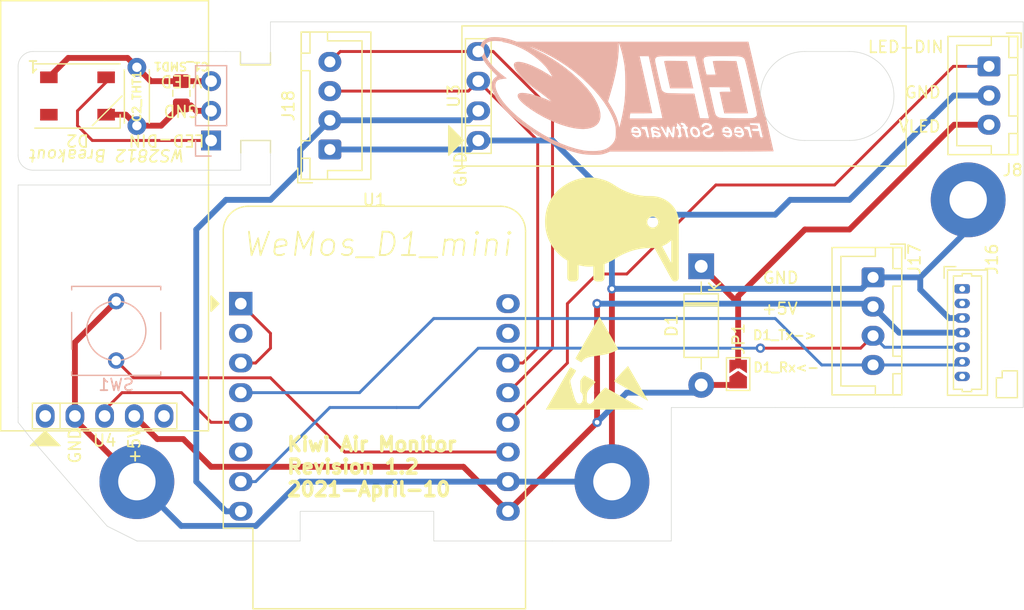
<source format=kicad_pcb>
(kicad_pcb (version 20171130) (host pcbnew "(5.1.8)-1")

  (general
    (thickness 1.6)
    (drawings 58)
    (tracks 143)
    (zones 0)
    (modules 21)
    (nets 26)
  )

  (page A4)
  (layers
    (0 F.Cu signal)
    (31 B.Cu signal)
    (33 F.Adhes user hide)
    (35 F.Paste user hide)
    (36 B.SilkS user)
    (37 F.SilkS user)
    (38 B.Mask user hide)
    (39 F.Mask user hide)
    (40 Dwgs.User user)
    (41 Cmts.User user)
    (42 Eco1.User user hide)
    (43 Eco2.User user hide)
    (44 Edge.Cuts user)
    (45 Margin user hide)
    (46 B.CrtYd user hide)
    (47 F.CrtYd user hide)
    (49 F.Fab user hide)
  )

  (setup
    (last_trace_width 0.25)
    (user_trace_width 0.15)
    (user_trace_width 0.2)
    (user_trace_width 0.25)
    (user_trace_width 0.3)
    (user_trace_width 0.35)
    (user_trace_width 0.4)
    (user_trace_width 0.5)
    (trace_clearance 0.2)
    (zone_clearance 0.508)
    (zone_45_only no)
    (trace_min 0.127)
    (via_size 0.8)
    (via_drill 0.4)
    (via_min_size 0.45)
    (via_min_drill 0.35)
    (uvia_size 0.3)
    (uvia_drill 0.1)
    (uvias_allowed no)
    (uvia_min_size 0.2)
    (uvia_min_drill 0.1)
    (edge_width 0.05)
    (segment_width 0.2)
    (pcb_text_width 0.3)
    (pcb_text_size 1.5 1.5)
    (mod_edge_width 0.12)
    (mod_text_size 1 1)
    (mod_text_width 0.15)
    (pad_size 1.6 2)
    (pad_drill 0.8)
    (pad_to_mask_clearance 0.05)
    (aux_axis_origin 0 0)
    (visible_elements 7FFFFFFF)
    (pcbplotparams
      (layerselection 0x010f0_ffffffff)
      (usegerberextensions true)
      (usegerberattributes true)
      (usegerberadvancedattributes false)
      (creategerberjobfile false)
      (excludeedgelayer true)
      (linewidth 0.100000)
      (plotframeref false)
      (viasonmask false)
      (mode 1)
      (useauxorigin false)
      (hpglpennumber 1)
      (hpglpenspeed 20)
      (hpglpendiameter 15.000000)
      (psnegative false)
      (psa4output false)
      (plotreference true)
      (plotvalue false)
      (plotinvisibletext false)
      (padsonsilk false)
      (subtractmaskfromsilk true)
      (outputformat 1)
      (mirror false)
      (drillshape 0)
      (scaleselection 1)
      (outputdirectory "Gerber/"))
  )

  (net 0 "")
  (net 1 +5V)
  (net 2 /LED-DIN)
  (net 3 GND)
  (net 4 /I2C-SDA)
  (net 5 /I2C-SCL)
  (net 6 /RCWL-OUT)
  (net 7 "Net-(U1-Pad16)")
  (net 8 "Net-(U1-Pad15)")
  (net 9 "Net-(U1-Pad6)")
  (net 10 "Net-(U1-Pad2)")
  (net 11 "Net-(U4-Pad5)")
  (net 12 "Net-(U4-Pad1)")
  (net 13 +3V3)
  (net 14 /D1mini-UART-Tx)
  (net 15 /D1mini-UART-Rx)
  (net 16 /VLED)
  (net 17 "Net-(J16-Pad7)")
  (net 18 "Net-(J16-Pad2)")
  (net 19 "Net-(J16-Pad1)")
  (net 20 /Button)
  (net 21 /WakeUp)
  (net 22 /WS2812_PCB_VLED)
  (net 23 "Net-(D2-Pad2)")
  (net 24 /WS2812_PCB_LEDIN)
  (net 25 /WS2812_PCB_GND)

  (net_class Default "This is the default net class."
    (clearance 0.2)
    (trace_width 0.25)
    (via_dia 0.8)
    (via_drill 0.4)
    (uvia_dia 0.3)
    (uvia_drill 0.1)
    (add_net +3V3)
    (add_net +5V)
    (add_net /Button)
    (add_net /D1mini-UART-Rx)
    (add_net /D1mini-UART-Tx)
    (add_net /I2C-SCL)
    (add_net /I2C-SDA)
    (add_net /LED-DIN)
    (add_net /RCWL-OUT)
    (add_net /VLED)
    (add_net /WS2812_PCB_GND)
    (add_net /WS2812_PCB_LEDIN)
    (add_net /WS2812_PCB_VLED)
    (add_net /WakeUp)
    (add_net GND)
    (add_net "Net-(D2-Pad2)")
    (add_net "Net-(J16-Pad1)")
    (add_net "Net-(J16-Pad2)")
    (add_net "Net-(J16-Pad7)")
    (add_net "Net-(U1-Pad15)")
    (add_net "Net-(U1-Pad16)")
    (add_net "Net-(U1-Pad2)")
    (add_net "Net-(U1-Pad6)")
    (add_net "Net-(U4-Pad1)")
    (add_net "Net-(U4-Pad5)")
  )

  (module Capacitor_THT:C_Disc_D4.3mm_W1.9mm_P5.00mm (layer F.Cu) (tedit 5AE50EF0) (tstamp 6071FFEB)
    (at 90.17 92.71 90)
    (descr "C, Disc series, Radial, pin pitch=5.00mm, , diameter*width=4.3*1.9mm^2, Capacitor, http://www.vishay.com/docs/45233/krseries.pdf")
    (tags "C Disc series Radial pin pitch 5.00mm  diameter 4.3mm width 1.9mm Capacitor")
    (path /60728CDD)
    (fp_text reference C2_THT1 (at 2.5 0 90) (layer F.SilkS)
      (effects (font (size 0.7 0.7) (thickness 0.15)))
    )
    (fp_text value 100nF (at 2.5 2.2 90) (layer F.Fab)
      (effects (font (size 1 1) (thickness 0.15)))
    )
    (fp_text user %R (at 2.5 0 90) (layer F.Fab)
      (effects (font (size 0.86 0.86) (thickness 0.129)))
    )
    (fp_line (start 0.35 -0.95) (end 0.35 0.95) (layer F.Fab) (width 0.1))
    (fp_line (start 0.35 0.95) (end 4.65 0.95) (layer F.Fab) (width 0.1))
    (fp_line (start 4.65 0.95) (end 4.65 -0.95) (layer F.Fab) (width 0.1))
    (fp_line (start 4.65 -0.95) (end 0.35 -0.95) (layer F.Fab) (width 0.1))
    (fp_line (start 0.23 -1.07) (end 4.77 -1.07) (layer F.SilkS) (width 0.12))
    (fp_line (start 0.23 1.07) (end 4.77 1.07) (layer F.SilkS) (width 0.12))
    (fp_line (start 0.23 -1.07) (end 0.23 -1.055) (layer F.SilkS) (width 0.12))
    (fp_line (start 0.23 1.055) (end 0.23 1.07) (layer F.SilkS) (width 0.12))
    (fp_line (start 4.77 -1.07) (end 4.77 -1.055) (layer F.SilkS) (width 0.12))
    (fp_line (start 4.77 1.055) (end 4.77 1.07) (layer F.SilkS) (width 0.12))
    (fp_line (start -1.05 -1.2) (end -1.05 1.2) (layer F.CrtYd) (width 0.05))
    (fp_line (start -1.05 1.2) (end 6.05 1.2) (layer F.CrtYd) (width 0.05))
    (fp_line (start 6.05 1.2) (end 6.05 -1.2) (layer F.CrtYd) (width 0.05))
    (fp_line (start 6.05 -1.2) (end -1.05 -1.2) (layer F.CrtYd) (width 0.05))
    (pad 2 thru_hole circle (at 5 0 90) (size 1.6 1.6) (drill 0.8) (layers *.Cu *.Mask)
      (net 22 /WS2812_PCB_VLED))
    (pad 1 thru_hole circle (at 0 0 90) (size 1.6 1.6) (drill 0.8) (layers *.Cu *.Mask)
      (net 25 /WS2812_PCB_GND))
    (model ${KISYS3DMOD}/Capacitor_THT.3dshapes/C_Disc_D4.3mm_W1.9mm_P5.00mm.wrl
      (at (xyz 0 0 0))
      (scale (xyz 1 1 1))
      (rotate (xyz 0 0 0))
    )
  )

  (module Capacitor_SMD:C_0805_2012Metric_Pad1.18x1.45mm_HandSolder (layer F.Cu) (tedit 5F68FEEF) (tstamp 6071FFD6)
    (at 93.98 89.9375 90)
    (descr "Capacitor SMD 0805 (2012 Metric), square (rectangular) end terminal, IPC_7351 nominal with elongated pad for handsoldering. (Body size source: IPC-SM-782 page 76, https://www.pcb-3d.com/wordpress/wp-content/uploads/ipc-sm-782a_amendment_1_and_2.pdf, https://docs.google.com/spreadsheets/d/1BsfQQcO9C6DZCsRaXUlFlo91Tg2WpOkGARC1WS5S8t0/edit?usp=sharing), generated with kicad-footprint-generator")
    (tags "capacitor handsolder")
    (path /60727EAA)
    (attr smd)
    (fp_text reference C1_SMD1 (at 2.3075 0 180 unlocked) (layer F.SilkS)
      (effects (font (size 0.7 0.7) (thickness 0.15)))
    )
    (fp_text value 100nF (at 0 1.68 90) (layer F.Fab)
      (effects (font (size 1 1) (thickness 0.15)))
    )
    (fp_text user %R (at 0 0 90) (layer F.Fab)
      (effects (font (size 0.5 0.5) (thickness 0.08)))
    )
    (fp_line (start -1 0.625) (end -1 -0.625) (layer F.Fab) (width 0.1))
    (fp_line (start -1 -0.625) (end 1 -0.625) (layer F.Fab) (width 0.1))
    (fp_line (start 1 -0.625) (end 1 0.625) (layer F.Fab) (width 0.1))
    (fp_line (start 1 0.625) (end -1 0.625) (layer F.Fab) (width 0.1))
    (fp_line (start -0.261252 -0.735) (end 0.261252 -0.735) (layer F.SilkS) (width 0.12))
    (fp_line (start -0.261252 0.735) (end 0.261252 0.735) (layer F.SilkS) (width 0.12))
    (fp_line (start -1.88 0.98) (end -1.88 -0.98) (layer F.CrtYd) (width 0.05))
    (fp_line (start -1.88 -0.98) (end 1.88 -0.98) (layer F.CrtYd) (width 0.05))
    (fp_line (start 1.88 -0.98) (end 1.88 0.98) (layer F.CrtYd) (width 0.05))
    (fp_line (start 1.88 0.98) (end -1.88 0.98) (layer F.CrtYd) (width 0.05))
    (pad 2 smd roundrect (at 1.0375 0 90) (size 1.175 1.45) (layers F.Cu F.Paste F.Mask) (roundrect_rratio 0.2127659574468085)
      (net 22 /WS2812_PCB_VLED))
    (pad 1 smd roundrect (at -1.0375 0 90) (size 1.175 1.45) (layers F.Cu F.Paste F.Mask) (roundrect_rratio 0.2127659574468085)
      (net 25 /WS2812_PCB_GND))
    (model ${KISYS3DMOD}/Capacitor_SMD.3dshapes/C_0805_2012Metric.wrl
      (at (xyz 0 0 0))
      (scale (xyz 1 1 1))
      (rotate (xyz 0 0 0))
    )
  )

  (module KiwiAirMonitorModules:RCWL-0516 (layer F.Cu) (tedit 60491D1D) (tstamp 60675A05)
    (at 87.41 117.57)
    (path /5FDAB549)
    (fp_text reference U4 (at 0 2.1) (layer F.SilkS)
      (effects (font (size 1 1) (thickness 0.15)))
    )
    (fp_text value "RCWL-0516 Board" (at 0 -2.1) (layer F.Fab)
      (effects (font (size 1 1) (thickness 0.15)))
    )
    (fp_poly (pts (xy -3.81 2.54) (xy -6.35 2.54) (xy -5.08 1.27)) (layer F.SilkS) (width 0.1))
    (fp_line (start -8.89 1.27) (end 0 1.27) (layer F.SilkS) (width 0.12))
    (fp_line (start -8.89 -35.56) (end -8.89 1.27) (layer F.SilkS) (width 0.12))
    (fp_line (start 0 -35.56) (end -8.89 -35.56) (layer F.SilkS) (width 0.12))
    (fp_line (start 8.89 -35.56) (end 0 -35.56) (layer F.SilkS) (width 0.12))
    (fp_line (start 8.89 1.27) (end 8.89 -35.56) (layer F.SilkS) (width 0.12))
    (fp_line (start 0 1.27) (end 8.89 1.27) (layer F.SilkS) (width 0.12))
    (fp_line (start -5.93 0.85) (end -5.93 -0.85) (layer F.CrtYd) (width 0.05))
    (fp_line (start 5.93 0.85) (end -5.93 0.85) (layer F.CrtYd) (width 0.05))
    (fp_line (start 5.93 -0.85) (end 5.93 0.85) (layer F.CrtYd) (width 0.05))
    (fp_line (start -5.93 -0.85) (end 5.93 -0.85) (layer F.CrtYd) (width 0.05))
    (fp_line (start -3.81 -1.1) (end -3.81 1.1) (layer F.SilkS) (width 0.12))
    (fp_line (start -6.18 1.1) (end -6.18 -1.1) (layer F.SilkS) (width 0.12))
    (fp_line (start 6.18 1.1) (end -6.18 1.1) (layer F.SilkS) (width 0.12))
    (fp_line (start 6.18 -1.1) (end 6.18 1.1) (layer F.SilkS) (width 0.12))
    (fp_line (start -6.18 -1.1) (end 6.18 -1.1) (layer F.SilkS) (width 0.12))
    (fp_text user GND (at -2.54 2.54 90) (layer F.SilkS)
      (effects (font (size 1 1) (thickness 0.15)))
    )
    (fp_text user +5V (at 2.54 2.54 90) (layer F.SilkS)
      (effects (font (size 1 1) (thickness 0.15)))
    )
    (pad 5 thru_hole oval (at 5.08 0) (size 1.6 2) (drill 1) (layers *.Cu *.Mask)
      (net 11 "Net-(U4-Pad5)"))
    (pad 4 thru_hole oval (at 2.54 0) (size 1.6 2) (drill 1) (layers *.Cu *.Mask)
      (net 1 +5V))
    (pad 3 thru_hole oval (at 0 0) (size 1.6 2) (drill 1) (layers *.Cu *.Mask)
      (net 6 /RCWL-OUT))
    (pad 2 thru_hole oval (at -2.54 0) (size 1.6 2) (drill 1) (layers *.Cu *.Mask)
      (net 3 GND))
    (pad 1 thru_hole oval (at -5.08 0) (size 1.6 2) (drill 1) (layers *.Cu *.Mask)
      (net 12 "Net-(U4-Pad1)"))
    (model ${KIPRJMOD}/KiwiAirMonitorModules/STEPfiles/RCWL-0516.step
      (offset (xyz 0 17 9.539999999999999))
      (scale (xyz 1 1 1))
      (rotate (xyz 180 0 90))
    )
  )

  (module Panelization:mouse-bite-2.54mm-slot (layer F.Cu) (tedit 606627C1) (tstamp 6066224C)
    (at 100.33 92.71 90)
    (fp_text reference mouse-bite-2.54mm-slot (at 0 -2 90) (layer F.SilkS) hide
      (effects (font (size 1 1) (thickness 0.2)))
    )
    (fp_text value VAL** (at 0 2.1 90) (layer F.SilkS) hide
      (effects (font (size 1 1) (thickness 0.2)))
    )
    (fp_line (start 5.2 1.27) (end 6.255 1.27) (layer F.SilkS) (width 0.12))
    (fp_line (start 5.2 -1.27) (end 5.2 1.27) (layer F.SilkS) (width 0.12))
    (fp_line (start 6.255 -1.3) (end 5.2 -1.3) (layer F.SilkS) (width 0.12))
    (fp_line (start -1.27 -1.27) (end -2.33 -1.27) (layer F.SilkS) (width 0.12))
    (fp_line (start -1.27 1.27) (end -2.33 1.27) (layer F.SilkS) (width 0.12))
    (fp_line (start -1.27 -1.27) (end -1.27 1.27) (layer F.SilkS) (width 0.12))
    (fp_line (start -2.33 0) (end -2.33 0) (layer Eco1.User) (width 2.54))
    (fp_line (start 2.33 0) (end 2.33 0) (layer Eco1.User) (width 2.54))
    (fp_circle (center 2.33 0) (end 2.33 -0.06) (layer Dwgs.User) (width 0.05))
    (fp_circle (center -2.33 0) (end -2.27 0) (layer Dwgs.User) (width 0.05))
    (pad "" np_thru_hole circle (at 0.8 1.1 90) (size 0.5 0.5) (drill 0.5) (layers *.Cu *.Mask))
    (pad "" np_thru_hole circle (at -0.8 1.1 90) (size 0.5 0.5) (drill 0.5) (layers *.Cu *.Mask))
    (pad "" np_thru_hole circle (at -0.8 -1.1 90) (size 0.5 0.5) (drill 0.5) (layers *.Cu *.Mask))
    (pad "" np_thru_hole circle (at 0.8 -1.1 90) (size 0.5 0.5) (drill 0.5) (layers *.Cu *.Mask))
    (pad "" np_thru_hole circle (at 0 1.1 90) (size 0.5 0.5) (drill 0.5) (layers *.Cu *.Mask))
    (pad "" np_thru_hole circle (at 0 -1.1 90) (size 0.5 0.5) (drill 0.5) (layers *.Cu *.Mask))
    (pad "" np_thru_hole circle (at 1.6 -1.1 90) (size 0.5 0.5) (drill 0.5) (layers *.Cu *.Mask))
    (pad "" np_thru_hole circle (at 2.4 -1.1 90) (size 0.5 0.5) (drill 0.5) (layers *.Cu *.Mask))
    (pad "" np_thru_hole circle (at 3.2 -1.1 90) (size 0.5 0.5) (drill 0.5) (layers *.Cu *.Mask))
    (pad "" np_thru_hole circle (at 1.6 1.1 90) (size 0.5 0.5) (drill 0.5) (layers *.Cu *.Mask))
    (pad "" np_thru_hole circle (at 2.4 1.1 90) (size 0.5 0.5) (drill 0.5) (layers *.Cu *.Mask))
    (pad "" np_thru_hole circle (at 3.2 1.1 90) (size 0.5 0.5) (drill 0.5) (layers *.Cu *.Mask))
    (pad "" np_thru_hole circle (at 4 -1.1 90) (size 0.5 0.5) (drill 0.5) (layers *.Cu *.Mask))
    (pad "" np_thru_hole circle (at 4 1.1 90) (size 0.5 0.5) (drill 0.5) (layers *.Cu *.Mask))
    (pad "" np_thru_hole circle (at 4.8 -1.1 90) (size 0.5 0.5) (drill 0.5) (layers *.Cu *.Mask))
    (pad "" np_thru_hole circle (at 4.8 1.1 90) (size 0.5 0.5) (drill 0.5) (layers *.Cu *.Mask))
  )

  (module Connector_PinHeader_2.54mm:PinHeader_1x03_P2.54mm_Vertical (layer B.Cu) (tedit 59FED5CC) (tstamp 6064D368)
    (at 96.52 93.98)
    (descr "Through hole straight pin header, 1x03, 2.54mm pitch, single row")
    (tags "Through hole pin header THT 1x03 2.54mm single row")
    (path /606535CE)
    (fp_text reference J_WS2812_PCB1 (at -8.89 1.27 180 unlocked) (layer B.SilkS) hide
      (effects (font (size 1 1) (thickness 0.15)) (justify mirror))
    )
    (fp_text value LED_PCB_Connector (at 0 -7.41) (layer B.Fab)
      (effects (font (size 1 1) (thickness 0.15)) (justify mirror))
    )
    (fp_text user %R (at 0 -2.54 270) (layer B.Fab)
      (effects (font (size 1 1) (thickness 0.15)) (justify mirror))
    )
    (fp_line (start -0.635 1.27) (end 1.27 1.27) (layer B.Fab) (width 0.1))
    (fp_line (start 1.27 1.27) (end 1.27 -6.35) (layer B.Fab) (width 0.1))
    (fp_line (start 1.27 -6.35) (end -1.27 -6.35) (layer B.Fab) (width 0.1))
    (fp_line (start -1.27 -6.35) (end -1.27 0.635) (layer B.Fab) (width 0.1))
    (fp_line (start -1.27 0.635) (end -0.635 1.27) (layer B.Fab) (width 0.1))
    (fp_line (start -1.33 -6.41) (end 1.33 -6.41) (layer B.SilkS) (width 0.12))
    (fp_line (start -1.33 -1.27) (end -1.33 -6.41) (layer B.SilkS) (width 0.12))
    (fp_line (start 1.33 -1.27) (end 1.33 -6.41) (layer B.SilkS) (width 0.12))
    (fp_line (start -1.33 -1.27) (end 1.33 -1.27) (layer B.SilkS) (width 0.12))
    (fp_line (start -1.33 0) (end -1.33 1.33) (layer B.SilkS) (width 0.12))
    (fp_line (start -1.33 1.33) (end 0 1.33) (layer B.SilkS) (width 0.12))
    (fp_line (start -1.8 1.8) (end -1.8 -6.85) (layer B.CrtYd) (width 0.05))
    (fp_line (start -1.8 -6.85) (end 1.8 -6.85) (layer B.CrtYd) (width 0.05))
    (fp_line (start 1.8 -6.85) (end 1.8 1.8) (layer B.CrtYd) (width 0.05))
    (fp_line (start 1.8 1.8) (end -1.8 1.8) (layer B.CrtYd) (width 0.05))
    (pad 1 thru_hole rect (at 0 0) (size 1.7 1.7) (drill 1) (layers *.Cu *.Mask)
      (net 24 /WS2812_PCB_LEDIN))
    (pad 2 thru_hole oval (at 0 -2.54) (size 1.7 1.7) (drill 1) (layers *.Cu *.Mask)
      (net 25 /WS2812_PCB_GND))
    (pad 3 thru_hole oval (at 0 -5.08) (size 1.7 1.7) (drill 1) (layers *.Cu *.Mask)
      (net 22 /WS2812_PCB_VLED))
    (model ${KISYS3DMOD}/Connector_PinHeader_2.54mm.3dshapes/PinHeader_1x03_P2.54mm_Vertical.wrl
      (at (xyz 0 0 0))
      (scale (xyz 1 1 1))
      (rotate (xyz 0 0 0))
    )
  )

  (module LED_SMD:LED_WS2812B_PLCC4_5.0x5.0mm_P3.2mm (layer F.Cu) (tedit 5AA4B285) (tstamp 6064D1CF)
    (at 85.09 90.17)
    (descr https://cdn-shop.adafruit.com/datasheets/WS2812B.pdf)
    (tags "LED RGB NeoPixel")
    (path /6064E7E6)
    (attr smd)
    (fp_text reference D2 (at 0 3.81 180 unlocked) (layer F.SilkS)
      (effects (font (size 1 1) (thickness 0.15)))
    )
    (fp_text value WS2812B (at 0 4) (layer F.Fab)
      (effects (font (size 1 1) (thickness 0.15)))
    )
    (fp_circle (center 0 0) (end 0 -2) (layer F.Fab) (width 0.1))
    (fp_line (start 3.65 2.75) (end 3.65 1.6) (layer F.SilkS) (width 0.12))
    (fp_line (start -3.65 2.75) (end 3.65 2.75) (layer F.SilkS) (width 0.12))
    (fp_line (start -3.65 -2.75) (end 3.65 -2.75) (layer F.SilkS) (width 0.12))
    (fp_line (start 2.5 -2.5) (end -2.5 -2.5) (layer F.Fab) (width 0.1))
    (fp_line (start 2.5 2.5) (end 2.5 -2.5) (layer F.Fab) (width 0.1))
    (fp_line (start -2.5 2.5) (end 2.5 2.5) (layer F.Fab) (width 0.1))
    (fp_line (start -2.5 -2.5) (end -2.5 2.5) (layer F.Fab) (width 0.1))
    (fp_line (start 2.5 1.5) (end 1.5 2.5) (layer F.Fab) (width 0.1))
    (fp_line (start -3.45 -2.75) (end -3.45 2.75) (layer F.CrtYd) (width 0.05))
    (fp_line (start -3.45 2.75) (end 3.45 2.75) (layer F.CrtYd) (width 0.05))
    (fp_line (start 3.45 2.75) (end 3.45 -2.75) (layer F.CrtYd) (width 0.05))
    (fp_line (start 3.45 -2.75) (end -3.45 -2.75) (layer F.CrtYd) (width 0.05))
    (fp_text user %R (at 0 0) (layer F.Fab)
      (effects (font (size 0.8 0.8) (thickness 0.15)))
    )
    (fp_text user 1 (at -3.81 -2.54 180 unlocked) (layer F.SilkS)
      (effects (font (size 1 1) (thickness 0.15)))
    )
    (pad 1 smd rect (at -2.45 -1.6) (size 1.5 1) (layers F.Cu F.Paste F.Mask)
      (net 22 /WS2812_PCB_VLED))
    (pad 2 smd rect (at -2.45 1.6) (size 1.5 1) (layers F.Cu F.Paste F.Mask)
      (net 23 "Net-(D2-Pad2)"))
    (pad 4 smd rect (at 2.45 -1.6) (size 1.5 1) (layers F.Cu F.Paste F.Mask)
      (net 24 /WS2812_PCB_LEDIN))
    (pad 3 smd rect (at 2.45 1.6) (size 1.5 1) (layers F.Cu F.Paste F.Mask)
      (net 25 /WS2812_PCB_GND))
    (model ${KISYS3DMOD}/LED_SMD.3dshapes/LED_WS2812B_PLCC4_5.0x5.0mm_P3.2mm.wrl
      (at (xyz 0 0 0))
      (scale (xyz 1 1 1))
      (rotate (xyz 0 0 0))
    )
  )

  (module KiwiAirMonitorModules:SW_Tactile_Straight (layer B.Cu) (tedit 60525D80) (tstamp 60605033)
    (at 88.4 112.82)
    (descr "SW PUSH SMALL http://www.ckswitches.com/media/1457/ksa_ksl.pdf")
    (tags "SW PUSH SMALL Tactile C&K")
    (path /604E0670)
    (fp_text reference SW1 (at 0 2.08 180) (layer B.SilkS)
      (effects (font (size 1 1) (thickness 0.15)) (justify mirror))
    )
    (fp_text value SW_Push (at 0 -7.28 180) (layer B.Fab)
      (effects (font (size 1 1) (thickness 0.15)) (justify mirror))
    )
    (fp_circle (center 0 -2.54) (end 0 0) (layer B.SilkS) (width 0.12))
    (fp_line (start -3.81 -6.05) (end -3.81 -6.35) (layer B.SilkS) (width 0.12))
    (fp_line (start 3.81 -6.05) (end 3.81 -6.35) (layer B.SilkS) (width 0.12))
    (fp_line (start 4.76 -6.49) (end -4.76 -6.49) (layer B.CrtYd) (width 0.05))
    (fp_line (start 4.76 -6.49) (end 4.76 1.41) (layer B.CrtYd) (width 0.05))
    (fp_line (start -4.76 1.41) (end -4.76 -6.49) (layer B.CrtYd) (width 0.05))
    (fp_line (start -4.76 1.41) (end 4.76 1.41) (layer B.CrtYd) (width 0.05))
    (fp_line (start -3.81 -0.97) (end -3.81 -4.11) (layer B.SilkS) (width 0.12))
    (fp_line (start 3.81 -0.97) (end 3.81 -4.11) (layer B.SilkS) (width 0.12))
    (fp_line (start -3.81 1.27) (end -3.81 0.97) (layer B.SilkS) (width 0.12))
    (fp_line (start 3.81 -6.35) (end -3.81 -6.35) (layer B.SilkS) (width 0.12))
    (fp_line (start 3.81 1.27) (end 3.81 0.97) (layer B.SilkS) (width 0.12))
    (fp_line (start -3.81 1.27) (end 3.81 1.27) (layer B.SilkS) (width 0.12))
    (fp_line (start -3.7 -6.24) (end -3.7 1.16) (layer B.Fab) (width 0.1))
    (fp_line (start -3.7 1.16) (end 3.7 1.16) (layer B.Fab) (width 0.1))
    (fp_line (start 3.7 1.16) (end 3.7 -6.24) (layer B.Fab) (width 0.1))
    (fp_line (start 3.7 -6.24) (end -3.7 -6.24) (layer B.Fab) (width 0.1))
    (fp_text user %R (at 0 -2.54 180) (layer B.Fab)
      (effects (font (size 1 1) (thickness 0.15)) (justify mirror))
    )
    (pad 1 thru_hole circle (at 0 0) (size 1.397 1.397) (drill 0.8128) (layers *.Cu *.Mask)
      (net 20 /Button))
    (pad 2 thru_hole circle (at 0 -5.08) (size 1.397 1.397) (drill 0.8128) (layers *.Cu *.Mask)
      (net 3 GND))
    (model ${KISYS3DMOD}/Button_Switch_THT.3dshapes/SW_Tactile_Straight_KSL0Axx1LFTR.wrl
      (at (xyz 0 0 0))
      (scale (xyz 1 1 1))
      (rotate (xyz 0 0 0))
    )
  )

  (module Connector_JST:JST_XH_B4B-XH-A_1x04_P2.50mm_Vertical (layer F.Cu) (tedit 5C28146C) (tstamp 6052BC11)
    (at 106.68 94.75 90)
    (descr "JST XH series connector, B4B-XH-A (http://www.jst-mfg.com/product/pdf/eng/eXH.pdf), generated with kicad-footprint-generator")
    (tags "connector JST XH vertical")
    (path /605442FB)
    (fp_text reference J18 (at 3.75 -3.55 90) (layer F.SilkS)
      (effects (font (size 1 1) (thickness 0.15)))
    )
    (fp_text value BME280_4pinJST-XH_Connector (at 3.75 4.6 90) (layer F.Fab)
      (effects (font (size 1 1) (thickness 0.15)))
    )
    (fp_line (start -2.85 -2.75) (end -2.85 -1.5) (layer F.SilkS) (width 0.12))
    (fp_line (start -1.6 -2.75) (end -2.85 -2.75) (layer F.SilkS) (width 0.12))
    (fp_line (start 9.3 2.75) (end 3.75 2.75) (layer F.SilkS) (width 0.12))
    (fp_line (start 9.3 -0.2) (end 9.3 2.75) (layer F.SilkS) (width 0.12))
    (fp_line (start 10.05 -0.2) (end 9.3 -0.2) (layer F.SilkS) (width 0.12))
    (fp_line (start -1.8 2.75) (end 3.75 2.75) (layer F.SilkS) (width 0.12))
    (fp_line (start -1.8 -0.2) (end -1.8 2.75) (layer F.SilkS) (width 0.12))
    (fp_line (start -2.55 -0.2) (end -1.8 -0.2) (layer F.SilkS) (width 0.12))
    (fp_line (start 10.05 -2.45) (end 8.25 -2.45) (layer F.SilkS) (width 0.12))
    (fp_line (start 10.05 -1.7) (end 10.05 -2.45) (layer F.SilkS) (width 0.12))
    (fp_line (start 8.25 -1.7) (end 10.05 -1.7) (layer F.SilkS) (width 0.12))
    (fp_line (start 8.25 -2.45) (end 8.25 -1.7) (layer F.SilkS) (width 0.12))
    (fp_line (start -0.75 -2.45) (end -2.55 -2.45) (layer F.SilkS) (width 0.12))
    (fp_line (start -0.75 -1.7) (end -0.75 -2.45) (layer F.SilkS) (width 0.12))
    (fp_line (start -2.55 -1.7) (end -0.75 -1.7) (layer F.SilkS) (width 0.12))
    (fp_line (start -2.55 -2.45) (end -2.55 -1.7) (layer F.SilkS) (width 0.12))
    (fp_line (start 6.75 -2.45) (end 0.75 -2.45) (layer F.SilkS) (width 0.12))
    (fp_line (start 6.75 -1.7) (end 6.75 -2.45) (layer F.SilkS) (width 0.12))
    (fp_line (start 0.75 -1.7) (end 6.75 -1.7) (layer F.SilkS) (width 0.12))
    (fp_line (start 0.75 -2.45) (end 0.75 -1.7) (layer F.SilkS) (width 0.12))
    (fp_line (start 0 -1.35) (end 0.625 -2.35) (layer F.Fab) (width 0.1))
    (fp_line (start -0.625 -2.35) (end 0 -1.35) (layer F.Fab) (width 0.1))
    (fp_line (start 10.45 -2.85) (end -2.95 -2.85) (layer F.CrtYd) (width 0.05))
    (fp_line (start 10.45 3.9) (end 10.45 -2.85) (layer F.CrtYd) (width 0.05))
    (fp_line (start -2.95 3.9) (end 10.45 3.9) (layer F.CrtYd) (width 0.05))
    (fp_line (start -2.95 -2.85) (end -2.95 3.9) (layer F.CrtYd) (width 0.05))
    (fp_line (start 10.06 -2.46) (end -2.56 -2.46) (layer F.SilkS) (width 0.12))
    (fp_line (start 10.06 3.51) (end 10.06 -2.46) (layer F.SilkS) (width 0.12))
    (fp_line (start -2.56 3.51) (end 10.06 3.51) (layer F.SilkS) (width 0.12))
    (fp_line (start -2.56 -2.46) (end -2.56 3.51) (layer F.SilkS) (width 0.12))
    (fp_line (start 9.95 -2.35) (end -2.45 -2.35) (layer F.Fab) (width 0.1))
    (fp_line (start 9.95 3.4) (end 9.95 -2.35) (layer F.Fab) (width 0.1))
    (fp_line (start -2.45 3.4) (end 9.95 3.4) (layer F.Fab) (width 0.1))
    (fp_line (start -2.45 -2.35) (end -2.45 3.4) (layer F.Fab) (width 0.1))
    (fp_text user %R (at 3.75 2.7 90) (layer F.Fab)
      (effects (font (size 1 1) (thickness 0.15)))
    )
    (pad 4 thru_hole oval (at 7.5 0 90) (size 1.7 1.95) (drill 0.95) (layers *.Cu *.Mask)
      (net 4 /I2C-SDA))
    (pad 3 thru_hole oval (at 5 0 90) (size 1.7 1.95) (drill 0.95) (layers *.Cu *.Mask)
      (net 5 /I2C-SCL))
    (pad 2 thru_hole oval (at 2.5 0 90) (size 1.7 1.95) (drill 0.95) (layers *.Cu *.Mask)
      (net 13 +3V3))
    (pad 1 thru_hole roundrect (at 0 0 90) (size 1.7 1.95) (drill 0.95) (layers *.Cu *.Mask) (roundrect_rratio 0.1470588235294118)
      (net 3 GND))
    (model ${KISYS3DMOD}/Connector_JST.3dshapes/JST_XH_B4B-XH-A_1x04_P2.50mm_Vertical.wrl
      (at (xyz 0 0 0))
      (scale (xyz 1 1 1))
      (rotate (xyz 0 0 0))
    )
  )

  (module Connector_JST:JST_XH_B4B-XH-A_1x04_P2.50mm_Vertical (layer F.Cu) (tedit 5C28146C) (tstamp 6052BBE6)
    (at 153.15 105.7 270)
    (descr "JST XH series connector, B4B-XH-A (http://www.jst-mfg.com/product/pdf/eng/eXH.pdf), generated with kicad-footprint-generator")
    (tags "connector JST XH vertical")
    (path /6055B0C3)
    (fp_text reference J17 (at -1.56 -3.55 90) (layer F.SilkS)
      (effects (font (size 1 1) (thickness 0.15)))
    )
    (fp_text value MH_Z19B_4pinJST-XH_Connector (at 3.75 4.6 90) (layer F.Fab)
      (effects (font (size 1 1) (thickness 0.15)))
    )
    (fp_line (start -2.85 -2.75) (end -2.85 -1.5) (layer F.SilkS) (width 0.12))
    (fp_line (start -1.6 -2.75) (end -2.85 -2.75) (layer F.SilkS) (width 0.12))
    (fp_line (start 9.3 2.75) (end 3.75 2.75) (layer F.SilkS) (width 0.12))
    (fp_line (start 9.3 -0.2) (end 9.3 2.75) (layer F.SilkS) (width 0.12))
    (fp_line (start 10.05 -0.2) (end 9.3 -0.2) (layer F.SilkS) (width 0.12))
    (fp_line (start -1.8 2.75) (end 3.75 2.75) (layer F.SilkS) (width 0.12))
    (fp_line (start -1.8 -0.2) (end -1.8 2.75) (layer F.SilkS) (width 0.12))
    (fp_line (start -2.55 -0.2) (end -1.8 -0.2) (layer F.SilkS) (width 0.12))
    (fp_line (start 10.05 -2.45) (end 8.25 -2.45) (layer F.SilkS) (width 0.12))
    (fp_line (start 10.05 -1.7) (end 10.05 -2.45) (layer F.SilkS) (width 0.12))
    (fp_line (start 8.25 -1.7) (end 10.05 -1.7) (layer F.SilkS) (width 0.12))
    (fp_line (start 8.25 -2.45) (end 8.25 -1.7) (layer F.SilkS) (width 0.12))
    (fp_line (start -0.75 -2.45) (end -2.55 -2.45) (layer F.SilkS) (width 0.12))
    (fp_line (start -0.75 -1.7) (end -0.75 -2.45) (layer F.SilkS) (width 0.12))
    (fp_line (start -2.55 -1.7) (end -0.75 -1.7) (layer F.SilkS) (width 0.12))
    (fp_line (start -2.55 -2.45) (end -2.55 -1.7) (layer F.SilkS) (width 0.12))
    (fp_line (start 6.75 -2.45) (end 0.75 -2.45) (layer F.SilkS) (width 0.12))
    (fp_line (start 6.75 -1.7) (end 6.75 -2.45) (layer F.SilkS) (width 0.12))
    (fp_line (start 0.75 -1.7) (end 6.75 -1.7) (layer F.SilkS) (width 0.12))
    (fp_line (start 0.75 -2.45) (end 0.75 -1.7) (layer F.SilkS) (width 0.12))
    (fp_line (start 0 -1.35) (end 0.625 -2.35) (layer F.Fab) (width 0.1))
    (fp_line (start -0.625 -2.35) (end 0 -1.35) (layer F.Fab) (width 0.1))
    (fp_line (start 10.45 -2.85) (end -2.95 -2.85) (layer F.CrtYd) (width 0.05))
    (fp_line (start 10.45 3.9) (end 10.45 -2.85) (layer F.CrtYd) (width 0.05))
    (fp_line (start -2.95 3.9) (end 10.45 3.9) (layer F.CrtYd) (width 0.05))
    (fp_line (start -2.95 -2.85) (end -2.95 3.9) (layer F.CrtYd) (width 0.05))
    (fp_line (start 10.06 -2.46) (end -2.56 -2.46) (layer F.SilkS) (width 0.12))
    (fp_line (start 10.06 3.51) (end 10.06 -2.46) (layer F.SilkS) (width 0.12))
    (fp_line (start -2.56 3.51) (end 10.06 3.51) (layer F.SilkS) (width 0.12))
    (fp_line (start -2.56 -2.46) (end -2.56 3.51) (layer F.SilkS) (width 0.12))
    (fp_line (start 9.95 -2.35) (end -2.45 -2.35) (layer F.Fab) (width 0.1))
    (fp_line (start 9.95 3.4) (end 9.95 -2.35) (layer F.Fab) (width 0.1))
    (fp_line (start -2.45 3.4) (end 9.95 3.4) (layer F.Fab) (width 0.1))
    (fp_line (start -2.45 -2.35) (end -2.45 3.4) (layer F.Fab) (width 0.1))
    (fp_text user %R (at 3.75 2.7 90) (layer F.Fab)
      (effects (font (size 1 1) (thickness 0.15)))
    )
    (pad 4 thru_hole oval (at 7.5 0 270) (size 1.7 1.95) (drill 0.95) (layers *.Cu *.Mask)
      (net 15 /D1mini-UART-Rx))
    (pad 3 thru_hole oval (at 5 0 270) (size 1.7 1.95) (drill 0.95) (layers *.Cu *.Mask)
      (net 14 /D1mini-UART-Tx))
    (pad 2 thru_hole oval (at 2.5 0 270) (size 1.7 1.95) (drill 0.95) (layers *.Cu *.Mask)
      (net 1 +5V))
    (pad 1 thru_hole roundrect (at 0 0 270) (size 1.7 1.95) (drill 0.95) (layers *.Cu *.Mask) (roundrect_rratio 0.1470588235294118)
      (net 3 GND))
    (model ${KISYS3DMOD}/Connector_JST.3dshapes/JST_XH_B4B-XH-A_1x04_P2.50mm_Vertical.wrl
      (at (xyz 0 0 0))
      (scale (xyz 1 1 1))
      (rotate (xyz 0 0 0))
    )
  )

  (module Connector_JST:JST_XH_B3B-XH-A_1x03_P2.50mm_Vertical (layer F.Cu) (tedit 5C28146C) (tstamp 5FDE8D69)
    (at 163.068 87.63 270)
    (descr "JST XH series connector, B3B-XH-A (http://www.jst-mfg.com/product/pdf/eng/eXH.pdf), generated with kicad-footprint-generator")
    (tags "connector JST XH vertical")
    (path /5FD9167B)
    (fp_text reference J8 (at 8.89 -2.032 180) (layer F.SilkS)
      (effects (font (size 1 1) (thickness 0.15)))
    )
    (fp_text value "LED connector" (at 2.5 4.6 90) (layer F.Fab)
      (effects (font (size 1 1) (thickness 0.15)))
    )
    (fp_line (start -2.85 -2.75) (end -2.85 -1.5) (layer F.SilkS) (width 0.12))
    (fp_line (start -1.6 -2.75) (end -2.85 -2.75) (layer F.SilkS) (width 0.12))
    (fp_line (start 6.8 2.75) (end 2.5 2.75) (layer F.SilkS) (width 0.12))
    (fp_line (start 6.8 -0.2) (end 6.8 2.75) (layer F.SilkS) (width 0.12))
    (fp_line (start 7.55 -0.2) (end 6.8 -0.2) (layer F.SilkS) (width 0.12))
    (fp_line (start -1.8 2.75) (end 2.5 2.75) (layer F.SilkS) (width 0.12))
    (fp_line (start -1.8 -0.2) (end -1.8 2.75) (layer F.SilkS) (width 0.12))
    (fp_line (start -2.55 -0.2) (end -1.8 -0.2) (layer F.SilkS) (width 0.12))
    (fp_line (start 7.55 -2.45) (end 5.75 -2.45) (layer F.SilkS) (width 0.12))
    (fp_line (start 7.55 -1.7) (end 7.55 -2.45) (layer F.SilkS) (width 0.12))
    (fp_line (start 5.75 -1.7) (end 7.55 -1.7) (layer F.SilkS) (width 0.12))
    (fp_line (start 5.75 -2.45) (end 5.75 -1.7) (layer F.SilkS) (width 0.12))
    (fp_line (start -0.75 -2.45) (end -2.55 -2.45) (layer F.SilkS) (width 0.12))
    (fp_line (start -0.75 -1.7) (end -0.75 -2.45) (layer F.SilkS) (width 0.12))
    (fp_line (start -2.55 -1.7) (end -0.75 -1.7) (layer F.SilkS) (width 0.12))
    (fp_line (start -2.55 -2.45) (end -2.55 -1.7) (layer F.SilkS) (width 0.12))
    (fp_line (start 4.25 -2.45) (end 0.75 -2.45) (layer F.SilkS) (width 0.12))
    (fp_line (start 4.25 -1.7) (end 4.25 -2.45) (layer F.SilkS) (width 0.12))
    (fp_line (start 0.75 -1.7) (end 4.25 -1.7) (layer F.SilkS) (width 0.12))
    (fp_line (start 0.75 -2.45) (end 0.75 -1.7) (layer F.SilkS) (width 0.12))
    (fp_line (start 0 -1.35) (end 0.625 -2.35) (layer F.Fab) (width 0.1))
    (fp_line (start -0.625 -2.35) (end 0 -1.35) (layer F.Fab) (width 0.1))
    (fp_line (start 7.95 -2.85) (end -2.95 -2.85) (layer F.CrtYd) (width 0.05))
    (fp_line (start 7.95 3.9) (end 7.95 -2.85) (layer F.CrtYd) (width 0.05))
    (fp_line (start -2.95 3.9) (end 7.95 3.9) (layer F.CrtYd) (width 0.05))
    (fp_line (start -2.95 -2.85) (end -2.95 3.9) (layer F.CrtYd) (width 0.05))
    (fp_line (start 7.56 -2.46) (end -2.56 -2.46) (layer F.SilkS) (width 0.12))
    (fp_line (start 7.56 3.51) (end 7.56 -2.46) (layer F.SilkS) (width 0.12))
    (fp_line (start -2.56 3.51) (end 7.56 3.51) (layer F.SilkS) (width 0.12))
    (fp_line (start -2.56 -2.46) (end -2.56 3.51) (layer F.SilkS) (width 0.12))
    (fp_line (start 7.45 -2.35) (end -2.45 -2.35) (layer F.Fab) (width 0.1))
    (fp_line (start 7.45 3.4) (end 7.45 -2.35) (layer F.Fab) (width 0.1))
    (fp_line (start -2.45 3.4) (end 7.45 3.4) (layer F.Fab) (width 0.1))
    (fp_line (start -2.45 -2.35) (end -2.45 3.4) (layer F.Fab) (width 0.1))
    (fp_text user %R (at 2.5 2.7 90) (layer F.Fab)
      (effects (font (size 1 1) (thickness 0.15)))
    )
    (pad 3 thru_hole oval (at 5 0 270) (size 1.7 1.95) (drill 0.95) (layers *.Cu *.Mask)
      (net 16 /VLED))
    (pad 2 thru_hole oval (at 2.5 0 270) (size 1.7 1.95) (drill 0.95) (layers *.Cu *.Mask)
      (net 3 GND))
    (pad 1 thru_hole roundrect (at 0 0 270) (size 1.7 1.95) (drill 0.95) (layers *.Cu *.Mask) (roundrect_rratio 0.1470588235294118)
      (net 2 /LED-DIN))
    (model ${KISYS3DMOD}/Connector_JST.3dshapes/JST_XH_B3B-XH-A_1x03_P2.50mm_Vertical.wrl
      (at (xyz 0 0 0))
      (scale (xyz 1 1 1))
      (rotate (xyz 0 0 0))
    )
  )

  (module KiwiAirMonitorModules:GPL3 (layer B.Cu) (tedit 0) (tstamp 5FFFB969)
    (at 132.08 90.17 180)
    (path /6001E9CF)
    (fp_text reference SYM3 (at 0 0) (layer B.SilkS) hide
      (effects (font (size 1.524 1.524) (thickness 0.3)) (justify mirror))
    )
    (fp_text value GPLv3Logo (at 0.75 0) (layer B.SilkS) hide
      (effects (font (size 1.524 1.524) (thickness 0.3)) (justify mirror))
    )
    (fp_poly (pts (xy 11.584344 5.029147) (xy 11.762041 4.994531) (xy 12.036116 4.884073) (xy 12.25326 4.730983)
      (xy 12.412194 4.539204) (xy 12.51164 4.31268) (xy 12.55032 4.055355) (xy 12.526956 3.771174)
      (xy 12.440269 3.464079) (xy 12.335322 3.225822) (xy 12.179322 2.952299) (xy 11.984999 2.677916)
      (xy 11.743465 2.391119) (xy 11.482149 2.116623) (xy 11.078507 1.711389) (xy 11.238075 1.598915)
      (xy 11.389085 1.45209) (xy 11.502402 1.261296) (xy 11.565715 1.050552) (xy 11.574788 0.941981)
      (xy 11.548649 0.708217) (xy 11.472652 0.438454) (xy 11.351796 0.144206) (xy 11.191082 -0.163015)
      (xy 10.995508 -0.471695) (xy 10.907688 -0.594276) (xy 10.591352 -0.983417) (xy 10.212723 -1.385065)
      (xy 9.779658 -1.793142) (xy 9.300014 -2.201567) (xy 8.781649 -2.604257) (xy 8.232419 -2.995133)
      (xy 7.660182 -3.368114) (xy 7.072794 -3.717119) (xy 6.478113 -4.036067) (xy 6.427607 -4.061533)
      (xy 5.849131 -4.329111) (xy 5.242015 -4.568153) (xy 4.631353 -4.769576) (xy 4.045857 -4.923484)
      (xy 3.802212 -4.967888) (xy 3.521436 -5.001705) (xy 3.220128 -5.02449) (xy 2.914886 -5.035794)
      (xy 2.622309 -5.035172) (xy 2.358996 -5.022176) (xy 2.141544 -4.99636) (xy 2.050142 -4.977217)
      (xy 1.890192 -4.930972) (xy 1.729138 -4.876374) (xy 1.619173 -4.832605) (xy 1.442203 -4.753428)
      (xy -5.556327 -4.753428) (xy -6.26331 -4.753318) (xy -6.950668 -4.752993) (xy -7.614904 -4.752466)
      (xy -8.252518 -4.751747) (xy -8.860013 -4.750846) (xy -9.433891 -4.749774) (xy -9.970655 -4.748543)
      (xy -10.466805 -4.747163) (xy -10.918845 -4.745645) (xy -11.323275 -4.744) (xy -11.676599 -4.742238)
      (xy -11.975318 -4.740371) (xy -12.215934 -4.738409) (xy -12.394949 -4.736364) (xy -12.508866 -4.734245)
      (xy -12.554185 -4.732064) (xy -12.554857 -4.731762) (xy -12.546934 -4.694762) (xy -12.523939 -4.592105)
      (xy -12.487034 -4.428865) (xy -12.437381 -4.210119) (xy -12.376141 -3.940942) (xy -12.304477 -3.626408)
      (xy -12.283243 -3.533307) (xy -11.636332 -3.533307) (xy -11.604746 -3.552601) (xy -11.531792 -3.549324)
      (xy -11.470472 -3.540198) (xy -11.432848 -3.517935) (xy -10.720225 -3.517935) (xy -10.701664 -3.550008)
      (xy -10.63504 -3.555996) (xy -10.630495 -3.556) (xy -5.289834 -3.556) (xy -5.185609 -3.556)
      (xy -5.103841 -3.540611) (xy -5.06315 -3.480289) (xy -5.056299 -3.456214) (xy -5.036202 -3.371699)
      (xy -5.033601 -3.360283) (xy -4.704074 -3.360283) (xy -4.693974 -3.45125) (xy -4.626052 -3.519968)
      (xy -4.514358 -3.554237) (xy -4.478694 -3.556) (xy -4.39451 -3.549602) (xy -4.36044 -3.517469)
      (xy -4.354286 -3.447143) (xy -4.370514 -3.36072) (xy -4.408715 -3.338285) (xy -4.445654 -3.319599)
      (xy -4.457843 -3.257715) (xy -4.445418 -3.143901) (xy -4.414169 -2.993571) (xy -4.381273 -2.880181)
      (xy -4.342997 -2.821575) (xy -4.290653 -2.800548) (xy -4.225334 -2.768215) (xy -4.209143 -2.700762)
      (xy -4.209631 -2.698978) (xy -4.132212 -2.698978) (xy -4.123063 -2.784928) (xy -4.110237 -2.906826)
      (xy -4.095248 -3.068508) (xy -4.0811 -3.237373) (xy -4.079596 -3.256643) (xy -4.067311 -3.40317)
      (xy -4.05442 -3.491844) (xy -4.03504 -3.537189) (xy -4.003289 -3.553732) (xy -3.958377 -3.556)
      (xy -3.904673 -3.548133) (xy -3.859377 -3.515624) (xy -3.810965 -3.445109) (xy -3.747912 -3.323223)
      (xy -3.735368 -3.297385) (xy -3.677129 -3.184069) (xy -3.63156 -3.108991) (xy -3.606207 -3.084105)
      (xy -3.60359 -3.088742) (xy -3.59604 -3.150638) (xy -3.583764 -3.257661) (xy -3.573765 -3.347357)
      (xy -3.557764 -3.465484) (xy -3.537281 -3.528219) (xy -3.50352 -3.552609) (xy -3.466123 -3.556)
      (xy -3.431534 -3.552775) (xy -3.398977 -3.537549) (xy -3.362677 -3.501989) (xy -3.31686 -3.437766)
      (xy -3.276378 -3.370712) (xy -2.939143 -3.370712) (xy -2.906935 -3.453723) (xy -2.823339 -3.515547)
      (xy -2.707894 -3.550347) (xy -2.580142 -3.552286) (xy -2.459622 -3.515527) (xy -2.457706 -3.514511)
      (xy -2.393536 -3.491169) (xy -2.366354 -3.514511) (xy -2.324135 -3.544278) (xy -2.246691 -3.556)
      (xy -2.173622 -3.547655) (xy -2.160105 -3.528786) (xy -1.923836 -3.528786) (xy -1.891906 -3.548455)
      (xy -1.821977 -3.556) (xy -1.771768 -3.552186) (xy -1.737395 -3.531276) (xy -1.711029 -3.479063)
      (xy -1.684842 -3.381341) (xy -1.658412 -3.259191) (xy -1.648514 -3.220142) (xy -1.248514 -3.220142)
      (xy -1.241636 -3.334511) (xy -1.205983 -3.41204) (xy -1.150048 -3.468408) (xy -1.018178 -3.537612)
      (xy -0.858325 -3.555678) (xy -0.695624 -3.520917) (xy -0.653544 -3.501778) (xy -0.563643 -3.438755)
      (xy -0.485338 -3.357146) (xy -0.439767 -3.280611) (xy -0.435429 -3.25764) (xy -0.464259 -3.230938)
      (xy -0.533489 -3.229552) (xy -0.61723 -3.249261) (xy -0.689594 -3.285846) (xy -0.707572 -3.302)
      (xy -0.794825 -3.359085) (xy -0.89549 -3.372477) (xy -0.982028 -3.341963) (xy -1.014724 -3.304385)
      (xy -1.044486 -3.237795) (xy -1.041473 -3.19484) (xy -0.995849 -3.170427) (xy -0.897775 -3.159464)
      (xy -0.737417 -3.156859) (xy -0.729753 -3.156857) (xy -0.40722 -3.156857) (xy -0.393606 -3.084285)
      (xy 0.928868 -3.084285) (xy 0.936162 -3.358933) (xy 0.962902 -3.57937) (xy 1.014744 -3.762635)
      (xy 1.097348 -3.925766) (xy 1.216372 -4.085801) (xy 1.288335 -4.166775) (xy 1.484527 -4.350615)
      (xy 1.698774 -4.492735) (xy 1.941419 -4.596689) (xy 2.222808 -4.666029) (xy 2.553283 -4.704308)
      (xy 2.884714 -4.715095) (xy 3.12934 -4.711299) (xy 3.369282 -4.699139) (xy 3.579453 -4.680205)
      (xy 3.695619 -4.663736) (xy 4.340994 -4.519909) (xy 5.01048 -4.3123) (xy 5.698477 -4.043338)
      (xy 6.399385 -3.715453) (xy 7.107605 -3.331074) (xy 7.817536 -2.892629) (xy 7.892143 -2.843427)
      (xy 8.470068 -2.442703) (xy 9.002735 -2.038255) (xy 9.487015 -1.633305) (xy 9.919778 -1.231073)
      (xy 10.297896 -0.834782) (xy 10.618241 -0.447652) (xy 10.877682 -0.072905) (xy 11.073092 0.286237)
      (xy 11.172624 0.53407) (xy 11.234275 0.776592) (xy 11.241209 0.982075) (xy 11.193527 1.161039)
      (xy 11.17891 1.191724) (xy 11.119396 1.284085) (xy 11.040668 1.35169) (xy 10.928871 1.400953)
      (xy 10.770151 1.438289) (xy 10.58769 1.465478) (xy 10.271524 1.505906) (xy 10.621334 1.778025)
      (xy 10.980055 2.075475) (xy 11.295754 2.374309) (xy 11.567394 2.670808) (xy 11.793942 2.96125)
      (xy 11.974363 3.241913) (xy 12.107624 3.509077) (xy 12.19269 3.759021) (xy 12.228527 3.988023)
      (xy 12.214101 4.192362) (xy 12.148377 4.368318) (xy 12.030321 4.512169) (xy 11.858899 4.620194)
      (xy 11.633076 4.688672) (xy 11.436636 4.711377) (xy 11.293761 4.715068) (xy 11.136694 4.713041)
      (xy 10.978654 4.706349) (xy 10.832859 4.696043) (xy 10.712528 4.683175) (xy 10.630879 4.668796)
      (xy 10.601131 4.653957) (xy 10.612188 4.645796) (xy 10.632115 4.628119) (xy 10.586017 4.611611)
      (xy 10.485188 4.596649) (xy 10.239829 4.55057) (xy 9.95041 4.467958) (xy 9.631707 4.354764)
      (xy 9.298494 4.216941) (xy 8.965546 4.060442) (xy 8.647638 3.89122) (xy 8.464719 3.782617)
      (xy 8.030329 3.490346) (xy 7.621189 3.171515) (xy 7.251748 2.838401) (xy 6.936458 2.503279)
      (xy 6.881889 2.437973) (xy 6.796971 2.328014) (xy 6.704868 2.1989) (xy 6.612635 2.061963)
      (xy 6.527329 1.928531) (xy 6.456006 1.809936) (xy 6.405723 1.717509) (xy 6.383535 1.662578)
      (xy 6.394335 1.655098) (xy 6.441063 1.683843) (xy 6.536425 1.743029) (xy 6.667517 1.82463)
      (xy 6.821434 1.920622) (xy 6.858 1.94345) (xy 7.246001 2.174462) (xy 7.624438 2.378089)
      (xy 7.987623 2.552464) (xy 8.329866 2.695721) (xy 8.64548 2.805991) (xy 8.928777 2.881407)
      (xy 9.174066 2.920103) (xy 9.375662 2.920211) (xy 9.527873 2.879864) (xy 9.5885 2.839735)
      (xy 9.648088 2.740356) (xy 9.651886 2.60506) (xy 9.603988 2.438925) (xy 9.508489 2.247026)
      (xy 9.369483 2.034441) (xy 9.191065 1.806245) (xy 8.977328 1.567516) (xy 8.732368 1.323331)
      (xy 8.460279 1.078765) (xy 8.165155 0.838895) (xy 7.851091 0.608799) (xy 7.71463 0.516366)
      (xy 7.490407 0.361111) (xy 7.233936 0.171921) (xy 6.965812 -0.035398) (xy 6.706631 -0.245039)
      (xy 6.549571 -0.377776) (xy 6.440714 -0.471745) (xy 6.692611 -0.361263) (xy 7.051955 -0.212278)
      (xy 7.410113 -0.079955) (xy 7.759044 0.033837) (xy 8.090709 0.127225) (xy 8.397068 0.19834)
      (xy 8.670081 0.245309) (xy 8.901708 0.266264) (xy 9.08391 0.259332) (xy 9.206668 0.223734)
      (xy 9.302885 0.138652) (xy 9.334481 0.025241) (xy 9.302613 -0.114163) (xy 9.208433 -0.277225)
      (xy 9.053098 -0.461609) (xy 8.837763 -0.664981) (xy 8.717596 -0.7653) (xy 8.224785 -1.131976)
      (xy 7.676545 -1.484593) (xy 7.089854 -1.813967) (xy 6.481691 -2.110917) (xy 5.869035 -2.366259)
      (xy 5.537383 -2.485273) (xy 5.026671 -2.639457) (xy 4.551191 -2.746985) (xy 4.113312 -2.808934)
      (xy 3.715403 -2.826383) (xy 3.359834 -2.800408) (xy 3.048972 -2.732089) (xy 2.785186 -2.622504)
      (xy 2.570846 -2.47273) (xy 2.40832 -2.283846) (xy 2.299978 -2.05693) (xy 2.248187 -1.793059)
      (xy 2.255317 -1.493313) (xy 2.323737 -1.158768) (xy 2.360643 -1.039495) (xy 2.528739 -0.629361)
      (xy 2.761777 -0.20401) (xy 3.0549 0.231904) (xy 3.403252 0.673727) (xy 3.801976 1.116806)
      (xy 4.246216 1.556486) (xy 4.731116 1.988115) (xy 5.251818 2.407038) (xy 5.803466 2.808603)
      (xy 6.381204 3.188155) (xy 6.980176 3.54104) (xy 7.344872 3.73656) (xy 7.53821 3.83477)
      (xy 7.732347 3.93057) (xy 7.907026 4.014139) (xy 8.041988 4.075658) (xy 8.063088 4.084729)
      (xy 8.201537 4.145839) (xy 8.275794 4.183918) (xy 8.290314 4.199474) (xy 8.249551 4.193019)
      (xy 8.157962 4.165061) (xy 8.02 4.116112) (xy 7.884603 4.064292) (xy 7.197983 3.767804)
      (xy 6.515944 3.421674) (xy 5.844686 3.031214) (xy 5.190409 2.601734) (xy 4.559313 2.138546)
      (xy 3.957596 1.64696) (xy 3.391459 1.132288) (xy 2.867102 0.599841) (xy 2.390725 0.054929)
      (xy 1.968526 -0.497136) (xy 1.606707 -1.051042) (xy 1.340063 -1.542143) (xy 1.193664 -1.856126)
      (xy 1.08451 -2.127919) (xy 1.008034 -2.374648) (xy 0.959671 -2.613438) (xy 0.934853 -2.861416)
      (xy 0.928868 -3.084285) (xy -0.393606 -3.084285) (xy -0.384234 -3.034334) (xy -0.383202 -2.869973)
      (xy -0.440885 -2.739536) (xy -0.548222 -2.652708) (xy -0.69615 -2.619176) (xy -0.768696 -2.623382)
      (xy -0.950453 -2.681539) (xy -1.095427 -2.796792) (xy -1.196149 -2.95985) (xy -1.245145 -3.161419)
      (xy -1.248514 -3.220142) (xy -1.648514 -3.220142) (xy -1.60826 -3.061345) (xy -1.552966 -2.929563)
      (xy -1.488296 -2.857345) (xy -1.410014 -2.838189) (xy -1.386118 -2.841247) (xy -1.3107 -2.834794)
      (xy -1.260549 -2.769601) (xy -1.260167 -2.768767) (xy -1.241188 -2.698244) (xy -1.267121 -2.653106)
      (xy -1.346371 -2.62862) (xy -1.487345 -2.620049) (xy -1.524585 -2.619828) (xy -1.7322 -2.619828)
      (xy -1.828365 -3.0607) (xy -1.865052 -3.231212) (xy -1.895171 -3.375621) (xy -1.91575 -3.479352)
      (xy -1.923817 -3.527831) (xy -1.923836 -3.528786) (xy -2.160105 -3.528786) (xy -2.144935 -3.507611)
      (xy -2.140291 -3.438071) (xy -2.131289 -3.337334) (xy -2.108677 -3.201706) (xy -2.087155 -3.102428)
      (xy -2.051934 -2.945976) (xy -2.037718 -2.841454) (xy -2.045248 -2.771111) (xy -2.075263 -2.717193)
      (xy -2.104572 -2.685143) (xy -2.207709 -2.62859) (xy -2.346007 -2.612743) (xy -2.497279 -2.633836)
      (xy -2.639334 -2.688106) (xy -2.749986 -2.771786) (xy -2.771115 -2.798241) (xy -2.814391 -2.869047)
      (xy -2.830286 -2.910931) (xy -2.801456 -2.937633) (xy -2.732226 -2.939019) (xy -2.648485 -2.91931)
      (xy -2.576121 -2.882725) (xy -2.558143 -2.866571) (xy -2.480047 -2.814854) (xy -2.385907 -2.795328)
      (xy -2.303231 -2.809533) (xy -2.262236 -2.849993) (xy -2.252191 -2.899365) (xy -2.277161 -2.93247)
      (xy -2.350246 -2.958054) (xy -2.456681 -2.979815) (xy -2.67172 -3.036473) (xy -2.821176 -3.117152)
      (xy -2.908985 -3.225039) (xy -2.939083 -3.363325) (xy -2.939143 -3.370712) (xy -3.276378 -3.370712)
      (xy -3.255752 -3.336549) (xy -3.173578 -3.190008) (xy -3.064565 -2.989812) (xy -3.032262 -2.930071)
      (xy -2.860695 -2.612571) (xy -2.972051 -2.612571) (xy -3.028716 -2.617808) (xy -3.073989 -2.642066)
      (xy -3.119404 -2.69817) (xy -3.176495 -2.798945) (xy -3.224981 -2.893785) (xy -3.366554 -3.175)
      (xy -3.392969 -2.893785) (xy -3.407768 -2.752401) (xy -3.423241 -2.668505) (xy -3.445339 -2.62721)
      (xy -3.480017 -2.613626) (xy -3.505396 -2.612571) (xy -3.554068 -2.623673) (xy -3.601099 -2.665043)
      (xy -3.656297 -2.748777) (xy -3.729472 -2.886973) (xy -3.732038 -2.892066) (xy -3.872668 -3.171561)
      (xy -3.898858 -2.892066) (xy -3.925049 -2.612571) (xy -4.034216 -2.612571) (xy -4.099469 -2.615832)
      (xy -4.128866 -2.638293) (xy -4.132212 -2.698978) (xy -4.209631 -2.698978) (xy -4.228658 -2.629527)
      (xy -4.264001 -2.612571) (xy -4.29739 -2.598154) (xy -4.304828 -2.543688) (xy -4.295068 -2.463798)
      (xy -4.271278 -2.315025) (xy -4.384828 -2.373744) (xy -4.470857 -2.440365) (xy -4.520382 -2.520252)
      (xy -4.52098 -2.522517) (xy -4.554473 -2.590276) (xy -4.591632 -2.612571) (xy -4.641539 -2.642254)
      (xy -4.667746 -2.707717) (xy -4.660799 -2.77358) (xy -4.640747 -2.796363) (xy -4.619583 -2.833712)
      (xy -4.617426 -2.913255) (xy -4.635126 -3.042576) (xy -4.673536 -3.229256) (xy -4.704074 -3.360283)
      (xy -5.033601 -3.360283) (xy -5.006861 -3.242963) (xy -4.97436 -3.096722) (xy -4.971885 -3.085431)
      (xy -4.938261 -2.944687) (xy -4.908205 -2.859788) (xy -4.873707 -2.814937) (xy -4.826755 -2.794338)
      (xy -4.823921 -2.793657) (xy -4.754569 -2.75567) (xy -4.720901 -2.697421) (xy -4.727246 -2.642178)
      (xy -4.777938 -2.613213) (xy -4.790215 -2.612571) (xy -4.847264 -2.596956) (xy -4.849946 -2.562315)
      (xy -4.806128 -2.526954) (xy -4.746503 -2.510852) (xy -4.6549 -2.467517) (xy -4.615657 -2.414687)
      (xy -4.592654 -2.338896) (xy -4.619028 -2.299619) (xy -4.704558 -2.286438) (xy -4.73644 -2.286)
      (xy -4.868586 -2.316188) (xy -4.982424 -2.39461) (xy -5.053025 -2.503052) (xy -5.058471 -2.521283)
      (xy -5.101507 -2.595525) (xy -5.149033 -2.612571) (xy -5.208137 -2.639934) (xy -5.236623 -2.701717)
      (xy -5.22912 -2.76746) (xy -5.183145 -2.806007) (xy -5.135588 -2.841223) (xy -5.133367 -2.872285)
      (xy -5.148597 -2.928081) (xy -5.174447 -3.035545) (xy -5.206335 -3.175382) (xy -5.22029 -3.2385)
      (xy -5.289834 -3.556) (xy -10.630495 -3.556) (xy -10.558451 -3.545552) (xy -10.516464 -3.500694)
      (xy -10.48848 -3.419928) (xy -10.463878 -3.322974) (xy -10.4549 -3.276353) (xy -10.046923 -3.276353)
      (xy -10.029733 -3.348965) (xy -9.975155 -3.419337) (xy -9.949751 -3.44526) (xy -9.855048 -3.52194)
      (xy -9.754298 -3.552471) (xy -9.682006 -3.555761) (xy -9.545558 -3.537983) (xy -9.430501 -3.49307)
      (xy -9.424648 -3.489349) (xy -9.33091 -3.414639) (xy -9.255809 -3.332455) (xy -9.21881 -3.264687)
      (xy -9.217726 -3.256643) (xy -9.219864 -3.254635) (xy -9.035143 -3.254635) (xy -9.002841 -3.390368)
      (xy -8.941803 -3.47121) (xy -8.879005 -3.525047) (xy -8.813783 -3.549898) (xy -8.718866 -3.552806)
      (xy -8.645539 -3.547723) (xy -8.518821 -3.531236) (xy -8.431911 -3.497514) (xy -8.352065 -3.430973)
      (xy -8.312522 -3.389233) (xy -8.182429 -3.247571) (xy -8.298218 -3.23636) (xy -8.421993 -3.252981)
      (xy -8.488718 -3.29986) (xy -8.584421 -3.360346) (xy -8.683881 -3.370704) (xy -8.766955 -3.335607)
      (xy -8.813496 -3.259731) (xy -8.817429 -3.223584) (xy -8.811362 -3.202214) (xy -7.474323 -3.202214)
      (xy -7.443158 -3.339643) (xy -7.363392 -3.457264) (xy -7.292714 -3.509393) (xy -7.171831 -3.543842)
      (xy -7.0176 -3.553668) (xy -6.864837 -3.539156) (xy -6.756413 -3.505019) (xy -6.612682 -3.401299)
      (xy -6.511113 -3.269442) (xy -6.491502 -3.216656) (xy -6.286536 -3.216656) (xy -6.280209 -3.333389)
      (xy -6.248787 -3.410537) (xy -6.190528 -3.47121) (xy -6.057773 -3.540485) (xy -5.8989 -3.554176)
      (xy -5.734763 -3.512017) (xy -5.669642 -3.477821) (xy -5.548366 -3.364846) (xy -5.458069 -3.206119)
      (xy -5.411202 -3.026054) (xy -5.407369 -2.963566) (xy -5.423377 -2.847608) (xy -5.483661 -2.749783)
      (xy -5.517161 -2.714113) (xy -5.595552 -2.645292) (xy -5.667583 -2.617688) (xy -5.76859 -2.619546)
      (xy -5.793449 -2.6222) (xy -5.98113 -2.676417) (xy -6.129651 -2.787505) (xy -6.232371 -2.947457)
      (xy -6.28265 -3.148267) (xy -6.286536 -3.216656) (xy -6.491502 -3.216656) (xy -6.474207 -3.170104)
      (xy -6.482963 -3.045495) (xy -6.560857 -2.937535) (xy -6.70596 -2.848179) (xy -6.839858 -2.799681)
      (xy -6.96795 -2.756151) (xy -7.038933 -2.714667) (xy -7.06742 -2.666211) (xy -7.068845 -2.658386)
      (xy -7.049497 -2.585217) (xy -6.980812 -2.534103) (xy -6.883347 -2.507573) (xy -6.77766 -2.508154)
      (xy -6.684308 -2.538376) (xy -6.623849 -2.600768) (xy -6.62261 -2.6035) (xy -6.561291 -2.670772)
      (xy -6.486539 -2.685143) (xy -6.412648 -2.673144) (xy -6.387546 -2.624404) (xy -6.386286 -2.596452)
      (xy -6.41984 -2.476447) (xy -6.509889 -2.376196) (xy -6.640511 -2.310691) (xy -6.704137 -2.297082)
      (xy -6.856348 -2.298691) (xy -7.012039 -2.33577) (xy -7.145786 -2.399558) (xy -7.230317 -2.478377)
      (xy -7.299959 -2.629446) (xy -7.300233 -2.759592) (xy -7.231439 -2.868204) (xy -7.09388 -2.954676)
      (xy -6.973548 -2.997085) (xy -6.817748 -3.048162) (xy -6.726399 -3.097511) (xy -6.691855 -3.151697)
      (xy -6.706472 -3.217285) (xy -6.709742 -3.223607) (xy -6.783993 -3.299032) (xy -6.893061 -3.340104)
      (xy -7.015438 -3.347467) (xy -7.129615 -3.321763) (xy -7.214084 -3.263635) (xy -7.243153 -3.20766)
      (xy -7.279167 -3.141606) (xy -7.355793 -3.120803) (xy -7.369934 -3.120571) (xy -7.446474 -3.13179)
      (xy -7.473031 -3.176161) (xy -7.474323 -3.202214) (xy -8.811362 -3.202214) (xy -8.808538 -3.192267)
      (xy -8.772848 -3.17195) (xy -8.696832 -3.159462) (xy -8.566966 -3.151634) (xy -8.499929 -3.149198)
      (xy -8.182429 -3.138714) (xy -8.170684 -3.015765) (xy -8.172613 -2.853604) (xy -8.217982 -2.740952)
      (xy -8.308153 -2.66766) (xy -8.470298 -2.61948) (xy -8.62921 -2.63543) (xy -8.774832 -2.707389)
      (xy -8.897104 -2.827236) (xy -8.985971 -2.986851) (xy -9.031373 -3.178114) (xy -9.035143 -3.254635)
      (xy -9.219864 -3.254635) (xy -9.245136 -3.230904) (xy -9.31465 -3.230857) (xy -9.402119 -3.25258)
      (xy -9.483391 -3.292149) (xy -9.496956 -3.302) (xy -9.607824 -3.361425) (xy -9.709954 -3.367918)
      (xy -9.785033 -3.321331) (xy -9.795867 -3.304385) (xy -9.825547 -3.238085) (xy -9.822747 -3.195199)
      (xy -9.777641 -3.170712) (xy -9.680398 -3.159606) (xy -9.521193 -3.156865) (xy -9.506858 -3.156857)
      (xy -9.180286 -3.156857) (xy -9.180286 -2.979448) (xy -9.199263 -2.81533) (xy -9.260735 -2.7061)
      (xy -9.371518 -2.643456) (xy -9.472004 -2.623914) (xy -9.646579 -2.638221) (xy -9.799509 -2.715869)
      (xy -9.922465 -2.848858) (xy -10.007122 -3.02919) (xy -10.037557 -3.167197) (xy -10.046923 -3.276353)
      (xy -10.4549 -3.276353) (xy -10.450874 -3.25545) (xy -10.450286 -3.247571) (xy -10.434473 -3.15126)
      (xy -10.396925 -3.034601) (xy -10.349976 -2.931222) (xy -10.316702 -2.883314) (xy -10.229646 -2.842064)
      (xy -10.178436 -2.845112) (xy -10.11038 -2.843028) (xy -10.062098 -2.784659) (xy -10.054796 -2.769383)
      (xy -10.032361 -2.698184) (xy -10.05 -2.653362) (xy -10.117226 -2.629305) (xy -10.243551 -2.620404)
      (xy -10.308333 -2.619828) (xy -10.518553 -2.619828) (xy -10.596223 -2.969985) (xy -10.633275 -3.13508)
      (xy -10.667968 -3.286271) (xy -10.695064 -3.400876) (xy -10.704308 -3.438071) (xy -10.720225 -3.517935)
      (xy -11.432848 -3.517935) (xy -11.431107 -3.516905) (xy -11.403816 -3.463634) (xy -11.378716 -3.36457)
      (xy -11.360238 -3.274785) (xy -11.307192 -3.011714) (xy -11.023882 -3.011714) (xy -10.875064 -3.008723)
      (xy -10.786601 -2.998291) (xy -10.746463 -2.978236) (xy -10.740572 -2.960253) (xy -10.727843 -2.88046)
      (xy -10.718547 -2.851396) (xy -10.716726 -2.822082) (xy -10.747694 -2.804693) (xy -10.824369 -2.796308)
      (xy -10.959668 -2.794008) (xy -10.972547 -2.794) (xy -11.117018 -2.792281) (xy -11.201097 -2.78108)
      (xy -11.236959 -2.751331) (xy -11.236781 -2.693969) (xy -11.216239 -2.612571) (xy -11.199982 -2.569185)
      (xy -11.17029 -2.541206) (xy -11.112071 -2.523944) (xy -11.010234 -2.512707) (xy -10.86607 -2.503714)
      (xy -10.711202 -2.493819) (xy -10.614417 -2.482315) (xy -10.561279 -2.464875) (xy -10.537349 -2.437171)
      (xy -10.529251 -2.402754) (xy -10.526351 -2.367645) (xy -10.537422 -2.344528) (xy -10.574333 -2.331329)
      (xy -10.648951 -2.325977) (xy -10.773146 -2.326398) (xy -10.944768 -2.330182) (xy -11.372033 -2.340428)
      (xy -11.490999 -2.866571) (xy -11.534608 -3.0591) (xy -11.573912 -3.231993) (xy -11.605477 -3.370202)
      (xy -11.625874 -3.458677) (xy -11.630133 -3.476752) (xy -11.636332 -3.533307) (xy -12.283243 -3.533307)
      (xy -12.223551 -3.271593) (xy -12.134523 -2.881572) (xy -12.038557 -2.461421) (xy -11.936814 -2.016214)
      (xy -11.913742 -1.915299) (xy -7.037669 -1.915299) (xy -7.004616 -1.918587) (xy -6.913746 -1.919537)
      (xy -6.779775 -1.918148) (xy -6.649358 -1.915299) (xy -6.259286 -1.905) (xy -6.257082 -1.895164)
      (xy -3.048 -1.895164) (xy -3.01302 -1.90138) (xy -2.913298 -1.907116) (xy -2.756664 -1.912215)
      (xy -2.550946 -1.916521) (xy -2.303975 -1.919877) (xy -2.023579 -1.922126) (xy -1.717587 -1.923111)
      (xy -1.651 -1.923143) (xy -0.254 -1.923143) (xy -0.2544 -1.8415) (xy -0.260635 -1.750181)
      (xy -0.27532 -1.636008) (xy -0.27729 -1.623785) (xy -0.299781 -1.487714) (xy -1.238462 -1.487714)
      (xy -1.490865 -1.486708) (xy -1.717567 -1.483876) (xy -1.909023 -1.479493) (xy -2.055686 -1.473837)
      (xy -2.148011 -1.467185) (xy -2.176757 -1.4605) (xy -2.169023 -1.421371) (xy -2.146809 -1.317223)
      (xy -2.111392 -1.153877) (xy -2.06405 -0.937153) (xy -2.006062 -0.672873) (xy -1.938708 -0.366857)
      (xy -1.863264 -0.024925) (xy -1.78101 0.347101) (xy -1.693223 0.743402) (xy -1.638789 0.988786)
      (xy -1.621667 1.065931) (xy 0.123546 1.065931) (xy 0.126671 0.69086) (xy 0.135485 0.327949)
      (xy 0.149986 -0.008718) (xy 0.170175 -0.305057) (xy 0.193273 -0.526143) (xy 0.274608 -1.084236)
      (xy 0.371153 -1.612005) (xy 0.490727 -2.151319) (xy 0.517474 -2.261723) (xy 0.631671 -2.727304)
      (xy 0.712742 -2.396803) (xy 0.758618 -2.221607) (xy 0.809311 -2.046402) (xy 0.855807 -1.901892)
      (xy 0.867808 -1.868533) (xy 0.956659 -1.655372) (xy 1.076083 -1.404063) (xy 1.215221 -1.136039)
      (xy 1.363212 -0.872731) (xy 1.42359 -0.771667) (xy 1.605646 -0.472905) (xy 1.402262 0.208048)
      (xy 1.170967 1.033761) (xy 0.98424 1.812363) (xy 0.842436 2.541894) (xy 0.745911 3.220395)
      (xy 0.695019 3.845907) (xy 0.686676 4.154492) (xy 0.686178 4.233334) (xy 8.357809 4.233334)
      (xy 8.36279 4.211762) (xy 8.382 4.209143) (xy 8.411867 4.222419) (xy 8.40619 4.233334)
      (xy 8.363127 4.237676) (xy 8.357809 4.233334) (xy 0.686178 4.233334) (xy 0.685987 4.263572)
      (xy 8.454571 4.263572) (xy 8.472714 4.245429) (xy 8.490857 4.263572) (xy 8.472714 4.281715)
      (xy 8.454571 4.263572) (xy 0.685987 4.263572) (xy 0.685758 4.299857) (xy 8.563428 4.299857)
      (xy 8.581571 4.281715) (xy 8.599714 4.299857) (xy 8.581571 4.318) (xy 8.563428 4.299857)
      (xy 0.685758 4.299857) (xy 0.683923 4.590143) (xy 0.559971 4.229557) (xy 0.436862 3.824563)
      (xy 0.325699 3.364352) (xy 0.230358 2.865826) (xy 0.19324 2.630714) (xy 0.167924 2.406116)
      (xy 0.148297 2.123253) (xy 0.134358 1.796212) (xy 0.126108 1.439076) (xy 0.123546 1.065931)
      (xy -1.621667 1.065931) (xy -1.101208 3.410857) (xy -1.494033 3.410857) (xy -1.65305 3.409523)
      (xy -1.781178 3.40591) (xy -1.863652 3.400598) (xy -1.886857 3.395365) (xy -1.894504 3.358306)
      (xy -1.916628 3.255949) (xy -1.952008 3.093849) (xy -1.999422 2.877562) (xy -2.057647 2.612641)
      (xy -2.125462 2.304642) (xy -2.201644 1.95912) (xy -2.284973 1.581629) (xy -2.374224 1.177725)
      (xy -2.467429 0.756343) (xy -2.561396 0.331348) (xy -2.650647 -0.073033) (xy -2.733958 -0.451211)
      (xy -2.810105 -0.797595) (xy -2.877863 -1.106596) (xy -2.93601 -1.372625) (xy -2.983321 -1.590091)
      (xy -3.018572 -1.753405) (xy -3.040539 -1.856977) (xy -3.048 -1.895164) (xy -6.257082 -1.895164)
      (xy -5.787572 0.199572) (xy -4.590143 0.217714) (xy -4.263131 0.222825) (xy -4.000293 0.22761)
      (xy -3.793241 0.232705) (xy -3.633584 0.238743) (xy -3.512932 0.246358) (xy -3.422895 0.256182)
      (xy -3.355084 0.268849) (xy -3.301107 0.284993) (xy -3.252575 0.305248) (xy -3.219368 0.321216)
      (xy -3.109557 0.388682) (xy -3.023476 0.465181) (xy -2.996554 0.502645) (xy -2.977332 0.559712)
      (xy -2.94485 0.67891) (xy -2.901241 0.85145) (xy -2.848641 1.068542) (xy -2.789183 1.321398)
      (xy -2.725002 1.601229) (xy -2.66696 1.859888) (xy -2.593253 2.192449) (xy -2.534254 2.461575)
      (xy -2.488772 2.674637) (xy -2.455616 2.839011) (xy -2.433595 2.962068) (xy -2.421517 3.051181)
      (xy -2.418191 3.113724) (xy -2.422427 3.157069) (xy -2.433032 3.188589) (xy -2.448096 3.214562)
      (xy -2.480094 3.260276) (xy -2.515216 3.298308) (xy -2.56 3.329317) (xy -2.620979 3.353963)
      (xy -2.70469 3.372905) (xy -2.817668 3.386802) (xy -2.966447 3.396312) (xy -3.157564 3.402095)
      (xy -3.397554 3.404811) (xy -3.692951 3.405118) (xy -4.050293 3.403675) (xy -4.308314 3.402176)
      (xy -5.859378 3.392715) (xy -6.447643 0.743857) (xy -6.54236 0.317333) (xy -6.632402 -0.088198)
      (xy -6.716545 -0.467222) (xy -6.793566 -0.814228) (xy -6.862242 -1.123702) (xy -6.921351 -1.390132)
      (xy -6.969668 -1.608005) (xy -7.005971 -1.771809) (xy -7.029037 -1.876032) (xy -7.037642 -1.91516)
      (xy -7.037669 -1.915299) (xy -11.913742 -1.915299) (xy -11.839705 -1.591482) (xy -11.140297 -1.591482)
      (xy -11.139744 -1.63604) (xy -11.134156 -1.666423) (xy -11.12452 -1.687781) (xy -11.122695 -1.690664)
      (xy -11.02718 -1.791353) (xy -10.888487 -1.857835) (xy -10.740572 -1.890992) (xy -10.645986 -1.899517)
      (xy -10.493337 -1.905713) (xy -10.293048 -1.909719) (xy -10.055548 -1.911671) (xy -9.791261 -1.911709)
      (xy -9.510613 -1.909969) (xy -9.22403 -1.906591) (xy -8.941938 -1.901711) (xy -8.674764 -1.895468)
      (xy -8.432932 -1.888) (xy -8.22687 -1.879445) (xy -8.067002 -1.86994) (xy -7.963754 -1.859624)
      (xy -7.935566 -1.853878) (xy -7.812745 -1.797768) (xy -7.696887 -1.719558) (xy -7.686775 -1.710819)
      (xy -7.656051 -1.680945) (xy -7.628935 -1.645653) (xy -7.603199 -1.597257) (xy -7.576617 -1.528072)
      (xy -7.546961 -1.430412) (xy -7.512003 -1.296591) (xy -7.469517 -1.118923) (xy -7.417275 -0.889723)
      (xy -7.353049 -0.601304) (xy -7.313937 -0.424285) (xy -7.051884 0.763262) (xy -7.924755 0.75356)
      (xy -8.797625 0.743857) (xy -8.839911 0.553357) (xy -8.882196 0.362857) (xy -8.414384 0.362857)
      (xy -8.23969 0.36065) (xy -8.094649 0.354613) (xy -7.992788 0.345625) (xy -7.947635 0.334562)
      (xy -7.946572 0.332512) (xy -7.954046 0.292255) (xy -7.974752 0.192913) (xy -8.006114 0.046231)
      (xy -8.045558 -0.136048) (xy -8.090508 -0.34218) (xy -8.138389 -0.560419) (xy -8.186626 -0.779023)
      (xy -8.232644 -0.986247) (xy -8.273867 -1.170346) (xy -8.307721 -1.319577) (xy -8.327792 -1.406071)
      (xy -8.347097 -1.487714) (xy -9.362406 -1.487714) (xy -9.625251 -1.487404) (xy -9.862664 -1.486527)
      (xy -10.065487 -1.485167) (xy -10.224563 -1.483404) (xy -10.330734 -1.481321) (xy -10.374843 -1.479)
      (xy -10.375542 -1.478643) (xy -10.367492 -1.442601) (xy -10.345012 -1.341728) (xy -10.309439 -1.18203)
      (xy -10.262111 -0.969514) (xy -10.204365 -0.710186) (xy -10.137539 -0.410052) (xy -10.06297 -0.075118)
      (xy -9.981995 0.288608) (xy -9.895953 0.67512) (xy -9.876613 0.762) (xy -9.379858 2.993572)
      (xy -8.372929 3.003217) (xy -8.064464 3.005513) (xy -7.821934 3.005658) (xy -7.638727 3.003415)
      (xy -7.508232 2.998543) (xy -7.423837 2.990806) (xy -7.378932 2.979965) (xy -7.366814 2.966931)
      (xy -7.374547 2.916967) (xy -7.395325 2.809663) (xy -7.426401 2.658513) (xy -7.465033 2.477011)
      (xy -7.486846 2.376714) (xy -7.606064 1.832429) (xy -7.2259 1.822068) (xy -7.045944 1.8207)
      (xy -6.912508 1.827021) (xy -6.836062 1.84034) (xy -6.822867 1.848707) (xy -6.807911 1.894786)
      (xy -6.78067 1.999532) (xy -6.744128 2.150662) (xy -6.701268 2.335896) (xy -6.663252 2.505752)
      (xy -6.617233 2.711534) (xy -6.581376 2.883566) (xy -6.560995 3.024864) (xy -6.561407 3.138444)
      (xy -6.587928 3.227321) (xy -6.645873 3.294511) (xy -6.740559 3.34303) (xy -6.8773 3.375893)
      (xy -7.061414 3.396116) (xy -7.298215 3.406715) (xy -7.59302 3.410705) (xy -7.951144 3.411103)
      (xy -8.258696 3.410857) (xy -8.636559 3.410461) (xy -8.949186 3.408776) (xy -9.203914 3.405061)
      (xy -9.408077 3.398573) (xy -9.569009 3.38857) (xy -9.694046 3.374309) (xy -9.790523 3.355047)
      (xy -9.865774 3.330043) (xy -9.927134 3.298553) (xy -9.981938 3.259836) (xy -10.014356 3.23314)
      (xy -10.036565 3.213004) (xy -10.057105 3.189126) (xy -10.07732 3.156303) (xy -10.098554 3.109334)
      (xy -10.122152 3.043017) (xy -10.149458 2.95215) (xy -10.181815 2.831533) (xy -10.220569 2.675963)
      (xy -10.267062 2.480238) (xy -10.32264 2.239157) (xy -10.388645 1.947519) (xy -10.466423 1.600122)
      (xy -10.557318 1.191764) (xy -10.65176 0.766417) (xy -10.755839 0.296934) (xy -10.845014 -0.106887)
      (xy -10.920272 -0.450195) (xy -10.9826 -0.738139) (xy -11.032985 -0.975868) (xy -11.072413 -1.168529)
      (xy -11.101871 -1.321273) (xy -11.122347 -1.439247) (xy -11.134826 -1.5276) (xy -11.140297 -1.591482)
      (xy -11.839705 -1.591482) (xy -11.830455 -1.551028) (xy -11.720643 -1.070936) (xy -11.60854 -0.581015)
      (xy -11.495306 -0.08634) (xy -11.382105 0.408015) (xy -11.270098 0.896973) (xy -11.160447 1.37546)
      (xy -11.054313 1.838401) (xy -10.952859 2.28072) (xy -10.857247 2.697341) (xy -10.768637 3.083191)
      (xy -10.688193 3.433192) (xy -10.617076 3.742271) (xy -10.556447 4.005352) (xy -10.507469 4.21736)
      (xy -10.471304 4.373219) (xy -10.449112 4.467855) (xy -10.443687 4.490357) (xy -10.405385 4.644572)
      (xy 9.420395 4.644572) (xy 9.719705 4.753806) (xy 10.035167 4.854746) (xy 10.367761 4.935906)
      (xy 10.703231 4.995606) (xy 11.027322 5.032167) (xy 11.325778 5.043906) (xy 11.584344 5.029147)) (layer B.SilkS) (width 0.01))
    (fp_poly (pts (xy -9.440924 -2.824321) (xy -9.379329 -2.894441) (xy -9.361715 -2.9549) (xy -9.39454 -2.966145)
      (xy -9.479211 -2.973601) (xy -9.561286 -2.975428) (xy -9.670582 -2.969801) (xy -9.743072 -2.955285)
      (xy -9.760858 -2.9412) (xy -9.730277 -2.890119) (xy -9.656918 -2.837958) (xy -9.568355 -2.801444)
      (xy -9.518203 -2.794) (xy -9.440924 -2.824321)) (layer B.SilkS) (width 0.01))
    (fp_poly (pts (xy -8.464205 -2.810585) (xy -8.399236 -2.851348) (xy -8.382 -2.903548) (xy -8.39176 -2.946695)
      (xy -8.432888 -2.968212) (xy -8.523162 -2.975141) (xy -8.563429 -2.975428) (xy -8.666926 -2.969052)
      (xy -8.732616 -2.952748) (xy -8.744858 -2.939979) (xy -8.717466 -2.896677) (xy -8.654408 -2.845265)
      (xy -8.556702 -2.806965) (xy -8.464205 -2.810585)) (layer B.SilkS) (width 0.01))
    (fp_poly (pts (xy -5.660284 -2.848776) (xy -5.630988 -2.932495) (xy -5.6355 -3.050067) (xy -5.669024 -3.173892)
      (xy -5.726766 -3.276368) (xy -5.736494 -3.287424) (xy -5.834022 -3.356864) (xy -5.934925 -3.375488)
      (xy -6.019025 -3.343327) (xy -6.058541 -3.286945) (xy -6.075614 -3.171333) (xy -6.049955 -3.053607)
      (xy -5.992384 -2.945672) (xy -5.91372 -2.85943) (xy -5.824782 -2.806785) (xy -5.736388 -2.79964)
      (xy -5.660284 -2.848776)) (layer B.SilkS) (width 0.01))
    (fp_poly (pts (xy -2.32378 -3.188739) (xy -2.344666 -3.245107) (xy -2.394857 -3.302) (xy -2.475315 -3.351024)
      (xy -2.574211 -3.373021) (xy -2.662357 -3.364909) (xy -2.705438 -3.334803) (xy -2.705726 -3.277992)
      (xy -2.645105 -3.22494) (xy -2.535102 -3.183841) (xy -2.4765 -3.172044) (xy -2.367483 -3.164769)
      (xy -2.32378 -3.188739)) (layer B.SilkS) (width 0.01))
    (fp_poly (pts (xy -0.650503 -2.82018) (xy -0.590274 -2.884936) (xy -0.580572 -2.928257) (xy -0.608652 -2.958368)
      (xy -0.697417 -2.973197) (xy -0.780143 -2.975428) (xy -0.889466 -2.972677) (xy -0.961955 -2.965578)
      (xy -0.979715 -2.958699) (xy -0.950884 -2.911772) (xy -0.882765 -2.855874) (xy -0.802918 -2.810285)
      (xy -0.744273 -2.794) (xy -0.650503 -2.82018)) (layer B.SilkS) (width 0.01))
    (fp_poly (pts (xy -3.480691 3.00629) (xy -3.357386 3.003232) (xy -3.275401 2.997409) (xy -3.226925 2.988385)
      (xy -3.204147 2.975724) (xy -3.199255 2.958991) (xy -3.201116 2.948806) (xy -3.212881 2.898573)
      (xy -3.238287 2.786595) (xy -3.275292 2.621982) (xy -3.321856 2.413846) (xy -3.375939 2.171299)
      (xy -3.4355 1.903451) (xy -3.465357 1.768929) (xy -3.712851 0.653143) (xy -5.688351 0.653143)
      (xy -5.618291 0.970643) (xy -5.589794 1.099493) (xy -5.54888 1.284083) (xy -5.498901 1.509317)
      (xy -5.443206 1.760097) (xy -5.385147 2.021327) (xy -5.358566 2.140857) (xy -5.168901 2.993572)
      (xy -4.176635 3.003234) (xy -3.882504 3.005856) (xy -3.653127 3.00702) (xy -3.480691 3.00629)) (layer B.SilkS) (width 0.01))
  )

  (module MountingHole:MountingHole_3.2mm_M3_Pad_TopBottom (layer F.Cu) (tedit 56D1B4CB) (tstamp 60051BFC)
    (at 161.29 99.06)
    (descr "Mounting Hole 3.2mm, M3")
    (tags "mounting hole 3.2mm m3")
    (path /60076838)
    (attr virtual)
    (fp_text reference H3 (at 0 -4.2) (layer F.SilkS) hide
      (effects (font (size 1 1) (thickness 0.15)))
    )
    (fp_text value MountingHole_Pad (at 0 4.2) (layer F.Fab)
      (effects (font (size 1 1) (thickness 0.15)))
    )
    (fp_circle (center 0 0) (end 3.45 0) (layer F.CrtYd) (width 0.05))
    (fp_circle (center 0 0) (end 3.2 0) (layer Cmts.User) (width 0.15))
    (fp_text user %R (at 0.3 0) (layer F.Fab)
      (effects (font (size 1 1) (thickness 0.15)))
    )
    (pad 1 connect circle (at 0 0) (size 6.4 6.4) (layers B.Cu B.Mask)
      (net 3 GND))
    (pad 1 connect circle (at 0 0) (size 6.4 6.4) (layers F.Cu F.Mask)
      (net 3 GND))
    (pad 1 thru_hole circle (at 0 0) (size 3.6 3.6) (drill 3.2) (layers *.Cu *.Mask)
      (net 3 GND))
  )

  (module KiwiAirMonitorModules:OLED_0.91_128x32 (layer F.Cu) (tedit 60049911) (tstamp 5FFFD686)
    (at 119.38 90.17 270)
    (path /5FDAE526)
    (fp_text reference U3 (at 0 2.1 90) (layer F.SilkS)
      (effects (font (size 1 1) (thickness 0.15)))
    )
    (fp_text value OLED_0.91_128x32 (at 0 -2.1 90) (layer F.Fab)
      (effects (font (size 1 1) (thickness 0.15)))
    )
    (fp_line (start 0 1.4) (end -6 1.4) (layer F.SilkS) (width 0.12))
    (fp_line (start -6 -36.6) (end -6 1.4) (layer F.SilkS) (width 0.12))
    (fp_line (start 6 -36.6) (end -6 -36.6) (layer F.SilkS) (width 0.12))
    (fp_line (start 6 1.4) (end 6 -36.6) (layer F.SilkS) (width 0.12))
    (fp_line (start 0 1.4) (end 6 1.4) (layer F.SilkS) (width 0.12))
    (fp_line (start -4.66 0.85) (end -4.66 -0.85) (layer F.CrtYd) (width 0.05))
    (fp_line (start 4.66 0.85) (end -4.66 0.85) (layer F.CrtYd) (width 0.05))
    (fp_line (start 4.66 -0.85) (end 4.66 0.85) (layer F.CrtYd) (width 0.05))
    (fp_line (start -4.66 -0.85) (end 4.66 -0.85) (layer F.CrtYd) (width 0.05))
    (fp_line (start 2.54 -1.1) (end 2.54 1.1) (layer F.SilkS) (width 0.12))
    (fp_line (start -4.91 1.1) (end -4.91 -1.1) (layer F.SilkS) (width 0.12))
    (fp_line (start 4.91 1.1) (end -4.91 1.1) (layer F.SilkS) (width 0.12))
    (fp_line (start 4.91 -1.1) (end 4.91 1.1) (layer F.SilkS) (width 0.12))
    (fp_line (start -4.91 -1.1) (end 4.91 -1.1) (layer F.SilkS) (width 0.12))
    (fp_poly (pts (xy 5.08 2.54) (xy 2.54 2.54) (xy 3.81 1.27)) (layer F.SilkS) (width 0.1))
    (fp_text user GND (at 6.29 1.52 270) (layer F.SilkS)
      (effects (font (size 1 1) (thickness 0.15)))
    )
    (pad 4 thru_hole oval (at -3.81 0 270) (size 1.6 2) (drill 1) (layers *.Cu *.Mask)
      (net 4 /I2C-SDA))
    (pad 3 thru_hole oval (at -1.27 0 270) (size 1.6 2) (drill 1) (layers *.Cu *.Mask)
      (net 5 /I2C-SCL))
    (pad 2 thru_hole oval (at 1.27 0 270) (size 1.6 2) (drill 1) (layers *.Cu *.Mask)
      (net 13 +3V3))
    (pad 1 thru_hole oval (at 3.81 0 270) (size 1.6 2) (drill 1) (layers *.Cu *.Mask)
      (net 3 GND))
    (model ${KIPRJMOD}/KiwiAirMonitorModules/STEPfiles/OLED_0.91_128x32.stp
      (offset (xyz 0 17 9))
      (scale (xyz 1 1 1))
      (rotate (xyz 0 0 -90))
    )
  )

  (module Symbol:ESD-Logo_8.9x8mm_SilkScreen (layer F.Cu) (tedit 0) (tstamp 5FFFC243)
    (at 129.54 113.03)
    (descr "Electrostatic discharge Logo")
    (tags "Logo ESD")
    (path /60026182)
    (attr virtual)
    (fp_text reference SYM2 (at 0 0) (layer F.SilkS) hide
      (effects (font (size 1 1) (thickness 0.15)))
    )
    (fp_text value ESDlogo (at 0.75 0) (layer F.Fab) hide
      (effects (font (size 1 1) (thickness 0.15)))
    )
    (fp_poly (pts (xy 0.220878 -3.923834) (xy 0.251876 -3.873462) (xy 0.299634 -3.793659) (xy 0.362194 -3.68782)
      (xy 0.437597 -3.559341) (xy 0.523885 -3.411616) (xy 0.619101 -3.248042) (xy 0.721285 -3.072013)
      (xy 0.828481 -2.886925) (xy 0.938729 -2.696173) (xy 1.050071 -2.503153) (xy 1.16055 -2.311259)
      (xy 1.268207 -2.123889) (xy 1.371084 -1.944435) (xy 1.467223 -1.776295) (xy 1.554665 -1.622863)
      (xy 1.631453 -1.487535) (xy 1.695628 -1.373706) (xy 1.745233 -1.284771) (xy 1.778309 -1.224126)
      (xy 1.792897 -1.195167) (xy 1.793431 -1.193356) (xy 1.775321 -1.168783) (xy 1.72498 -1.131193)
      (xy 1.648395 -1.084278) (xy 1.551552 -1.031726) (xy 1.450167 -0.981787) (xy 1.312215 -0.921231)
      (xy 1.167142 -0.866821) (xy 1.00995 -0.817349) (xy 0.835643 -0.771605) (xy 0.639222 -0.72838)
      (xy 0.415689 -0.686466) (xy 0.160048 -0.644653) (xy -0.104394 -0.605716) (xy -0.334148 -0.571172)
      (xy -0.527083 -0.536974) (xy -0.688036 -0.501423) (xy -0.821845 -0.462818) (xy -0.93335 -0.419461)
      (xy -1.027386 -0.369652) (xy -1.108794 -0.311691) (xy -1.18241 -0.24388) (xy -1.206149 -0.218688)
      (xy -1.257603 -0.160042) (xy -1.295666 -0.112185) (xy -1.313323 -0.084042) (xy -1.313794 -0.081735)
      (xy -1.319972 -0.067584) (xy -1.34141 -0.067425) (xy -1.382467 -0.083139) (xy -1.447499 -0.116609)
      (xy -1.540863 -0.169719) (xy -1.605748 -0.207912) (xy -1.702499 -0.267615) (xy -1.777688 -0.318737)
      (xy -1.826261 -0.357601) (xy -1.843165 -0.380528) (xy -1.843155 -0.380695) (xy -1.832672 -0.402544)
      (xy -1.803069 -0.457261) (xy -1.756062 -0.541864) (xy -1.693371 -0.653371) (xy -1.616714 -0.788799)
      (xy -1.527809 -0.945167) (xy -1.428374 -1.119493) (xy -1.320128 -1.308794) (xy -1.204789 -1.510089)
      (xy -1.084076 -1.720395) (xy -0.959706 -1.936729) (xy -0.833399 -2.156111) (xy -0.706873 -2.375558)
      (xy -0.581845 -2.592088) (xy -0.460035 -2.802719) (xy -0.343161 -3.004468) (xy -0.23294 -3.194353)
      (xy -0.131092 -3.369394) (xy -0.039335 -3.526606) (xy 0.040613 -3.663009) (xy 0.107034 -3.77562)
      (xy 0.158209 -3.861457) (xy 0.19242 -3.917538) (xy 0.207948 -3.940881) (xy 0.208598 -3.941379)
      (xy 0.220878 -3.923834)) (layer F.SilkS) (width 0.01))
    (fp_poly (pts (xy 2.676146 0.315908) (xy 2.691469 0.34159) (xy 2.725911 0.400469) (xy 2.777769 0.489602)
      (xy 2.84534 0.606049) (xy 2.926921 0.746867) (xy 3.020809 0.909114) (xy 3.125299 1.089849)
      (xy 3.23869 1.28613) (xy 3.359278 1.495016) (xy 3.483313 1.710017) (xy 3.609987 1.929649)
      (xy 3.731608 2.140495) (xy 3.846412 2.339499) (xy 3.952638 2.523607) (xy 4.048523 2.689765)
      (xy 4.132302 2.834917) (xy 4.202214 2.956009) (xy 4.256496 3.049988) (xy 4.293385 3.113797)
      (xy 4.310731 3.143719) (xy 4.339007 3.194271) (xy 4.354382 3.225914) (xy 4.355224 3.23142)
      (xy 4.336488 3.221082) (xy 4.284386 3.191407) (xy 4.20164 3.143968) (xy 4.090975 3.080333)
      (xy 3.955114 3.002074) (xy 3.796781 2.910759) (xy 3.618698 2.80796) (xy 3.42359 2.695247)
      (xy 3.21418 2.574189) (xy 2.993191 2.446357) (xy 2.909113 2.397702) (xy 2.68417 2.267567)
      (xy 2.469524 2.143497) (xy 2.267932 2.027077) (xy 2.082148 1.919893) (xy 1.914928 1.823531)
      (xy 1.769027 1.739578) (xy 1.647201 1.66962) (xy 1.552204 1.615243) (xy 1.486792 1.578034)
      (xy 1.45372 1.559578) (xy 1.450262 1.55783) (xy 1.460339 1.542005) (xy 1.495407 1.499692)
      (xy 1.551885 1.43479) (xy 1.626193 1.351196) (xy 1.714752 1.252809) (xy 1.81398 1.143525)
      (xy 1.920298 1.027244) (xy 2.030125 0.907862) (xy 2.139882 0.789277) (xy 2.245988 0.675388)
      (xy 2.344862 0.570092) (xy 2.432926 0.477287) (xy 2.506599 0.40087) (xy 2.5623 0.34474)
      (xy 2.581403 0.326335) (xy 2.644708 0.266872) (xy 2.676146 0.315908)) (layer F.SilkS) (width 0.01))
    (fp_poly (pts (xy -2.259251 0.392036) (xy -2.215456 0.408972) (xy -2.148707 0.442601) (xy -2.052863 0.495334)
      (xy -2.045401 0.499525) (xy -1.957129 0.550001) (xy -1.882637 0.594223) (xy -1.82924 0.627731)
      (xy -1.804254 0.646064) (xy -1.803555 0.646962) (xy -1.809591 0.672414) (xy -1.837277 0.729255)
      (xy -1.884812 0.814389) (xy -1.950389 0.924717) (xy -2.032203 1.057144) (xy -2.128452 1.208571)
      (xy -2.152406 1.245707) (xy -2.214817 1.348757) (xy -2.260263 1.437432) (xy -2.284754 1.503714)
      (xy -2.287267 1.516807) (xy -2.286152 1.574443) (xy -2.273657 1.665865) (xy -2.25134 1.785208)
      (xy -2.22076 1.926609) (xy -2.183472 2.084203) (xy -2.141035 2.252126) (xy -2.095006 2.424514)
      (xy -2.046943 2.595501) (xy -1.998403 2.759224) (xy -1.950943 2.909818) (xy -1.906122 3.04142)
      (xy -1.865497 3.148163) (xy -1.837177 3.211494) (xy -1.803817 3.278957) (xy -1.772318 3.343511)
      (xy -1.770613 3.347045) (xy -1.718502 3.41225) (xy -1.642446 3.456156) (xy -1.553908 3.477197)
      (xy -1.464352 3.473807) (xy -1.385242 3.444423) (xy -1.340736 3.405736) (xy -1.276644 3.299636)
      (xy -1.229678 3.167405) (xy -1.20391 3.022527) (xy -1.200259 2.940394) (xy -1.214961 2.787105)
      (xy -1.25811 2.660166) (xy -1.332028 2.553418) (xy -1.355079 2.529657) (xy -1.423675 2.463009)
      (xy -1.428386 1.991916) (xy -1.433097 1.520822) (xy -1.313054 1.339106) (xy -1.256723 1.256856)
      (xy -1.202472 1.182865) (xy -1.158041 1.127448) (xy -1.138944 1.107056) (xy -1.084876 1.056723)
      (xy -1.01165 1.096158) (xy -0.965367 1.124415) (xy -0.940043 1.146354) (xy -0.938424 1.150299)
      (xy -0.921116 1.167023) (xy -0.891503 1.179476) (xy -0.862886 1.1907) (xy -0.819066 1.212024)
      (xy -0.756282 1.245529) (xy -0.670772 1.293296) (xy -0.558774 1.357407) (xy -0.416527 1.439944)
      (xy -0.339227 1.485065) (xy -0.248298 1.539111) (xy -0.188661 1.577604) (xy -0.155039 1.605044)
      (xy -0.142156 1.625934) (xy -0.144735 1.644775) (xy -0.146885 1.649152) (xy -0.167803 1.676714)
      (xy -0.21256 1.728416) (xy -0.275943 1.798475) (xy -0.352738 1.881107) (xy -0.419156 1.951156)
      (xy -0.57221 2.117414) (xy -0.691944 2.261519) (xy -0.779427 2.384921) (xy -0.835726 2.489068)
      (xy -0.854716 2.541954) (xy -0.86256 2.58825) (xy -0.870662 2.667221) (xy -0.878309 2.769846)
      (xy -0.884788 2.887103) (xy -0.887837 2.961248) (xy -0.892092 3.089427) (xy -0.893964 3.183138)
      (xy -0.892901 3.249583) (xy -0.888354 3.295961) (xy -0.879773 3.329474) (xy -0.866606 3.357321)
      (xy -0.856265 3.374324) (xy -0.796544 3.439862) (xy -0.719589 3.485532) (xy -0.63862 3.50545)
      (xy -0.577942 3.498244) (xy -0.523001 3.467066) (xy -0.454133 3.41123) (xy -0.380995 3.340474)
      (xy -0.313248 3.264537) (xy -0.26055 3.193159) (xy -0.241147 3.158668) (xy -0.212081 3.111441)
      (xy -0.159217 3.039506) (xy -0.087384 2.948485) (xy -0.001412 2.844) (xy 0.093868 2.731675)
      (xy 0.193627 2.61713) (xy 0.293034 2.50599) (xy 0.387259 2.403875) (xy 0.471473 2.316408)
      (xy 0.537591 2.252198) (xy 0.610999 2.188057) (xy 0.672753 2.140763) (xy 0.716066 2.115235)
      (xy 0.730445 2.112429) (xy 0.752479 2.123752) (xy 0.807438 2.154144) (xy 0.892152 2.20178)
      (xy 1.003448 2.264835) (xy 1.138156 2.341485) (xy 1.293103 2.429905) (xy 1.465119 2.52827)
      (xy 1.651032 2.634756) (xy 1.84767 2.747537) (xy 2.051863 2.864789) (xy 2.260439 2.984687)
      (xy 2.470225 3.105407) (xy 2.678052 3.225123) (xy 2.880747 3.342011) (xy 3.07514 3.454246)
      (xy 3.258058 3.560004) (xy 3.42633 3.65746) (xy 3.576785 3.744788) (xy 3.706251 3.820165)
      (xy 3.811557 3.881765) (xy 3.889532 3.927764) (xy 3.937004 3.956337) (xy 3.950763 3.965304)
      (xy 3.932231 3.967076) (xy 3.873933 3.968799) (xy 3.777809 3.970464) (xy 3.645799 3.972063)
      (xy 3.479846 3.973587) (xy 3.281889 3.975029) (xy 3.05387 3.97638) (xy 2.797729 3.977632)
      (xy 2.515408 3.978776) (xy 2.208847 3.979804) (xy 1.879987 3.980708) (xy 1.530769 3.981479)
      (xy 1.163135 3.982109) (xy 0.779024 3.98259) (xy 0.380377 3.982914) (xy -0.030863 3.983072)
      (xy -0.20342 3.983087) (xy -4.377414 3.983087) (xy -4.079732 3.466954) (xy -4.016714 3.357665)
      (xy -3.935594 3.21694) (xy -3.839084 3.049486) (xy -3.729897 2.860012) (xy -3.610745 2.653223)
      (xy -3.48434 2.433828) (xy -3.353395 2.206533) (xy -3.220621 1.976046) (xy -3.088731 1.747073)
      (xy -3.055376 1.689163) (xy -2.933753 1.478232) (xy -2.817772 1.277535) (xy -2.709175 1.090059)
      (xy -2.609706 0.918792) (xy -2.521108 0.766723) (xy -2.445122 0.636838) (xy -2.383493 0.532125)
      (xy -2.337963 0.455573) (xy -2.310275 0.410169) (xy -2.302528 0.398609) (xy -2.286228 0.389385)
      (xy -2.259251 0.392036)) (layer F.SilkS) (width 0.01))
  )

  (module KiwiAirMonitorModules:KiwiBirdLogo (layer F.Cu) (tedit 0) (tstamp 60051392)
    (at 130.81 101.6)
    (path /600277AE)
    (fp_text reference SYM1 (at -5.08 -2.54) (layer F.SilkS) hide
      (effects (font (size 1.524 1.524) (thickness 0.3)))
    )
    (fp_text value KiwiBirdLogo (at -5.08 -7.62) (layer F.SilkS) hide
      (effects (font (size 1.524 1.524) (thickness 0.3)))
    )
    (fp_poly (pts (xy -1.789421 -4.442865) (xy -1.589963 -4.432006) (xy -1.392799 -4.410904) (xy -1.362075 -4.406643)
      (xy -1.15155 -4.370184) (xy -0.942379 -4.321376) (xy -0.735691 -4.260569) (xy -0.532614 -4.188113)
      (xy -0.334275 -4.104357) (xy -0.235705 -4.057598) (xy -0.167587 -4.023508) (xy -0.105097 -3.990973)
      (xy -0.045799 -3.958574) (xy 0.012742 -3.924893) (xy 0.072963 -3.888511) (xy 0.137301 -3.848008)
      (xy 0.20819 -3.801967) (xy 0.245001 -3.777656) (xy 0.338019 -3.716527) (xy 0.42308 -3.661921)
      (xy 0.502274 -3.612597) (xy 0.577694 -3.567311) (xy 0.651431 -3.524823) (xy 0.725576 -3.483889)
      (xy 0.802223 -3.443269) (xy 0.847245 -3.420079) (xy 1.072766 -3.311989) (xy 1.304057 -3.214823)
      (xy 1.540204 -3.128852) (xy 1.780291 -3.054347) (xy 2.023403 -2.991578) (xy 2.268624 -2.940817)
      (xy 2.515041 -2.902334) (xy 2.651125 -2.886461) (xy 2.702608 -2.881334) (xy 2.750481 -2.876938)
      (xy 2.796477 -2.873191) (xy 2.842329 -2.870008) (xy 2.889773 -2.867303) (xy 2.94054 -2.864992)
      (xy 2.996366 -2.862991) (xy 3.058985 -2.861215) (xy 3.130129 -2.85958) (xy 3.211533 -2.858001)
      (xy 3.248025 -2.857354) (xy 3.325672 -2.855963) (xy 3.392146 -2.854626) (xy 3.44897 -2.853243)
      (xy 3.49767 -2.851713) (xy 3.539772 -2.849934) (xy 3.576799 -2.847806) (xy 3.610278 -2.845227)
      (xy 3.641733 -2.842098) (xy 3.672688 -2.838316) (xy 3.70467 -2.833782) (xy 3.739203 -2.828393)
      (xy 3.775441 -2.822445) (xy 3.943002 -2.78817) (xy 4.108074 -2.741664) (xy 4.269868 -2.683281)
      (xy 4.427593 -2.613374) (xy 4.58046 -2.532297) (xy 4.727679 -2.440405) (xy 4.868459 -2.338052)
      (xy 4.884854 -2.325107) (xy 4.927061 -2.28987) (xy 4.974458 -2.247554) (xy 5.024846 -2.200342)
      (xy 5.076024 -2.150414) (xy 5.125795 -2.099953) (xy 5.171958 -2.05114) (xy 5.212315 -2.006157)
      (xy 5.241118 -1.971675) (xy 5.341545 -1.836022) (xy 5.429989 -1.696178) (xy 5.506497 -1.552028)
      (xy 5.571114 -1.403458) (xy 5.623886 -1.250354) (xy 5.664859 -1.0926) (xy 5.694078 -0.930082)
      (xy 5.708725 -0.8001) (xy 5.70929 -0.787082) (xy 5.709828 -0.762065) (xy 5.710341 -0.725578)
      (xy 5.710827 -0.678152) (xy 5.711288 -0.620317) (xy 5.711723 -0.552604) (xy 5.712132 -0.475541)
      (xy 5.712516 -0.389659) (xy 5.712874 -0.295489) (xy 5.713206 -0.193559) (xy 5.713513 -0.084401)
      (xy 5.713795 0.031457) (xy 5.714052 0.153482) (xy 5.714283 0.281147) (xy 5.71449 0.413921)
      (xy 5.714671 0.551273) (xy 5.714828 0.692673) (xy 5.714959 0.837593) (xy 5.715066 0.985501)
      (xy 5.715148 1.135867) (xy 5.715206 1.288162) (xy 5.715239 1.441856) (xy 5.715247 1.596417)
      (xy 5.715232 1.751318) (xy 5.715192 1.906026) (xy 5.715127 2.060014) (xy 5.715039 2.212749)
      (xy 5.714927 2.363703) (xy 5.71479 2.512344) (xy 5.71463 2.658144) (xy 5.714446 2.800573)
      (xy 5.714238 2.939099) (xy 5.714006 3.073194) (xy 5.713751 3.202326) (xy 5.713473 3.325967)
      (xy 5.713171 3.443585) (xy 5.712845 3.554652) (xy 5.712497 3.658637) (xy 5.712125 3.755009)
      (xy 5.71173 3.843239) (xy 5.711312 3.922798) (xy 5.710871 3.993154) (xy 5.710407 4.053777)
      (xy 5.709921 4.104139) (xy 5.709412 4.143708) (xy 5.70888 4.171955) (xy 5.708325 4.18835)
      (xy 5.707982 4.192274) (xy 5.689707 4.249994) (xy 5.660856 4.302467) (xy 5.622886 4.348509)
      (xy 5.577252 4.386935) (xy 5.525413 4.41656) (xy 5.468824 4.436202) (xy 5.408943 4.444675)
      (xy 5.397246 4.444924) (xy 5.336297 4.439537) (xy 5.280234 4.422876) (xy 5.228126 4.394535)
      (xy 5.179039 4.354108) (xy 5.172075 4.347177) (xy 5.167259 4.342219) (xy 5.162503 4.337083)
      (xy 5.157568 4.331344) (xy 5.152217 4.324575) (xy 5.146212 4.316351) (xy 5.139314 4.306248)
      (xy 5.131287 4.293838) (xy 5.121892 4.278697) (xy 5.110892 4.260399) (xy 5.098049 4.238518)
      (xy 5.083125 4.212629) (xy 5.065882 4.182306) (xy 5.046083 4.147124) (xy 5.023489 4.106657)
      (xy 4.997864 4.06048) (xy 4.968968 4.008167) (xy 4.936565 3.949292) (xy 4.900417 3.88343)
      (xy 4.860286 3.810155) (xy 4.815934 3.729042) (xy 4.767123 3.639665) (xy 4.713616 3.541599)
      (xy 4.655175 3.434418) (xy 4.591561 3.317696) (xy 4.522538 3.191009) (xy 4.447867 3.053929)
      (xy 4.384675 2.937911) (xy 3.641725 1.573877) (xy 3.609975 1.577565) (xy 3.597436 1.578405)
      (xy 3.573559 1.579409) (xy 3.539702 1.580541) (xy 3.497223 1.581765) (xy 3.447483 1.583044)
      (xy 3.39184 1.584342) (xy 3.331653 1.585621) (xy 3.268282 1.586846) (xy 3.25755 1.587041)
      (xy 3.16122 1.588946) (xy 3.075838 1.59104) (xy 2.999651 1.593441) (xy 2.930909 1.596266)
      (xy 2.867859 1.59963) (xy 2.808749 1.603651) (xy 2.751827 1.608444) (xy 2.695341 1.614127)
      (xy 2.63754 1.620816) (xy 2.576671 1.628627) (xy 2.524125 1.635828) (xy 2.28268 1.675848)
      (xy 2.041532 1.728232) (xy 1.800583 1.793017) (xy 1.559735 1.870241) (xy 1.318891 1.959942)
      (xy 1.077952 2.062158) (xy 0.836822 2.176926) (xy 0.595403 2.304286) (xy 0.353596 2.444273)
      (xy 0.212139 2.531897) (xy 0.169292 2.558882) (xy 0.12512 2.586355) (xy 0.082258 2.612704)
      (xy 0.043342 2.636312) (xy 0.011006 2.655566) (xy -0.003175 2.663806) (xy -0.069232 2.700102)
      (xy -0.144351 2.738714) (xy -0.225457 2.778228) (xy -0.309473 2.81723) (xy -0.393321 2.854304)
      (xy -0.473927 2.888038) (xy -0.548212 2.917016) (xy -0.576263 2.927242) (xy -0.635 2.948137)
      (xy -0.635367 3.558456) (xy -0.635443 3.660995) (xy -0.63555 3.751629) (xy -0.635702 3.831152)
      (xy -0.635912 3.900359) (xy -0.636194 3.960046) (xy -0.636563 4.011005) (xy -0.637031 4.054033)
      (xy -0.637612 4.089924) (xy -0.638321 4.119472) (xy -0.639171 4.143473) (xy -0.640175 4.162721)
      (xy -0.641348 4.178011) (xy -0.642702 4.190136) (xy -0.644253 4.199894) (xy -0.646013 4.208077)
      (xy -0.646642 4.210565) (xy -0.667107 4.26504) (xy -0.698054 4.315196) (xy -0.737707 4.3593)
      (xy -0.784294 4.39562) (xy -0.83604 4.422423) (xy -0.876559 4.4351) (xy -0.8925 4.438105)
      (xy -0.911945 4.440474) (xy -0.936423 4.44227) (xy -0.967465 4.443558) (xy -1.006601 4.444399)
      (xy -1.055361 4.444859) (xy -1.115276 4.444999) (xy -1.115816 4.445) (xy -1.1791 4.444826)
      (xy -1.231299 4.444151) (xy -1.274027 4.442745) (xy -1.308897 4.440379) (xy -1.337521 4.436822)
      (xy -1.361512 4.431845) (xy -1.382484 4.425217) (xy -1.402048 4.416709) (xy -1.421819 4.406091)
      (xy -1.432349 4.39988) (xy -1.464632 4.376536) (xy -1.497266 4.346244) (xy -1.526599 4.312848)
      (xy -1.548977 4.280193) (xy -1.552797 4.273112) (xy -1.558901 4.261008) (xy -1.564244 4.249762)
      (xy -1.568877 4.238483) (xy -1.572849 4.226278) (xy -1.576212 4.212256) (xy -1.579017 4.195526)
      (xy -1.581314 4.175194) (xy -1.583154 4.150371) (xy -1.584587 4.120163) (xy -1.585665 4.083679)
      (xy -1.586438 4.040028) (xy -1.586956 3.988317) (xy -1.587271 3.927655) (xy -1.587433 3.85715)
      (xy -1.587493 3.77591) (xy -1.587501 3.683043) (xy -1.5875 3.662615) (xy -1.5875 3.15595)
      (xy -1.608138 3.156025) (xy -1.621485 3.15663) (xy -1.644752 3.158249) (xy -1.675216 3.160671)
      (xy -1.710158 3.163684) (xy -1.730375 3.165524) (xy -1.854195 3.17314) (xy -1.986883 3.174056)
      (xy -2.126615 3.168424) (xy -2.271568 3.156398) (xy -2.419918 3.13813) (xy -2.56984 3.113773)
      (xy -2.719512 3.083479) (xy -2.725255 3.082193) (xy -2.760866 3.074206) (xy -2.792981 3.067023)
      (xy -2.819182 3.061184) (xy -2.837054 3.057228) (xy -2.843213 3.055889) (xy -2.8575 3.052869)
      (xy -2.8575 3.606393) (xy -2.857503 3.707691) (xy -2.857547 3.797122) (xy -2.857682 3.875522)
      (xy -2.857962 3.943725) (xy -2.858437 4.002563) (xy -2.859159 4.052873) (xy -2.86018 4.095487)
      (xy -2.861552 4.13124) (xy -2.863327 4.160965) (xy -2.865556 4.185498) (xy -2.868291 4.205672)
      (xy -2.871583 4.222321) (xy -2.875485 4.23628) (xy -2.880048 4.248382) (xy -2.885324 4.259461)
      (xy -2.891365 4.270353) (xy -2.898222 4.28189) (xy -2.899529 4.28407) (xy -2.936898 4.335305)
      (xy -2.981888 4.377929) (xy -3.032902 4.410706) (xy -3.088345 4.432395) (xy -3.091935 4.433358)
      (xy -3.113397 4.437079) (xy -3.145255 4.440115) (xy -3.185429 4.442467) (xy -3.231838 4.444137)
      (xy -3.282404 4.445129) (xy -3.335045 4.445443) (xy -3.387682 4.445083) (xy -3.438236 4.44405)
      (xy -3.484625 4.442346) (xy -3.524772 4.439975) (xy -3.556594 4.436937) (xy -3.578014 4.433235)
      (xy -3.579445 4.432845) (xy -3.635672 4.410348) (xy -3.686679 4.377294) (xy -3.730904 4.335292)
      (xy -3.766783 4.285947) (xy -3.792753 4.230866) (xy -3.800528 4.205647) (xy -3.801982 4.198702)
      (xy -3.803283 4.189184) (xy -3.80444 4.176417) (xy -3.805459 4.15972) (xy -3.806351 4.138416)
      (xy -3.807122 4.111826) (xy -3.80778 4.079272) (xy -3.808335 4.040075) (xy -3.808794 3.993556)
      (xy -3.809164 3.939038) (xy -3.809456 3.875842) (xy -3.809675 3.803289) (xy -3.809831 3.720701)
      (xy -3.809932 3.627399) (xy -3.809986 3.522705) (xy -3.81 3.414809) (xy -3.81 2.660337)
      (xy -3.839142 2.643031) (xy -4.024783 2.525487) (xy -4.20313 2.397808) (xy -4.373728 2.260454)
      (xy -4.536122 2.113887) (xy -4.689858 1.958567) (xy -4.834481 1.794953) (xy -4.969536 1.623507)
      (xy -5.094568 1.444689) (xy -5.102097 1.432482) (xy 4.293275 1.432482) (xy 4.295996 1.438154)
      (xy 4.30437 1.45417) (xy 4.317959 1.479729) (xy 4.336328 1.514031) (xy 4.359042 1.556273)
      (xy 4.385664 1.605655) (xy 4.415759 1.661374) (xy 4.448892 1.72263) (xy 4.484626 1.788622)
      (xy 4.522527 1.858547) (xy 4.562157 1.931605) (xy 4.603082 2.006994) (xy 4.644866 2.083913)
      (xy 4.687073 2.161561) (xy 4.729267 2.239135) (xy 4.771012 2.315836) (xy 4.811874 2.39086)
      (xy 4.851416 2.463408) (xy 4.889203 2.532678) (xy 4.924798 2.597868) (xy 4.957767 2.658177)
      (xy 4.987673 2.712804) (xy 5.01408 2.760948) (xy 5.036554 2.801806) (xy 5.054658 2.834578)
      (xy 5.067956 2.858462) (xy 5.076014 2.872657) (xy 5.078412 2.876506) (xy 5.078591 2.870276)
      (xy 5.078765 2.852029) (xy 5.078931 2.822453) (xy 5.07909 2.782231) (xy 5.07924 2.732048)
      (xy 5.079379 2.672589) (xy 5.079508 2.604538) (xy 5.079624 2.528582) (xy 5.079726 2.445403)
      (xy 5.079814 2.355688) (xy 5.079886 2.260121) (xy 5.079942 2.159386) (xy 5.079979 2.054169)
      (xy 5.079998 1.945155) (xy 5.08 1.89799) (xy 5.08 0.91943) (xy 5.028518 0.96786)
      (xy 4.91198 1.070504) (xy 4.791104 1.162888) (xy 4.663567 1.246642) (xy 4.527048 1.323395)
      (xy 4.5085 1.332954) (xy 4.470974 1.351753) (xy 4.432319 1.37051) (xy 4.396033 1.387569)
      (xy 4.365615 1.401273) (xy 4.352925 1.406668) (xy 4.328263 1.416929) (xy 4.308399 1.42543)
      (xy 4.29601 1.431012) (xy 4.293275 1.432482) (xy -5.102097 1.432482) (xy -5.209124 1.258959)
      (xy -5.213659 1.251083) (xy -5.243189 1.197852) (xy -5.27576 1.136017) (xy -5.309898 1.068613)
      (xy -5.344126 0.998678) (xy -5.37697 0.929248) (xy -5.406953 0.863361) (xy -5.432601 0.804052)
      (xy -5.442041 0.78105) (xy -5.517156 0.577248) (xy -5.580281 0.369428) (xy -5.631381 0.157853)
      (xy -5.670422 -0.057213) (xy -5.69737 -0.275507) (xy -5.712192 -0.496766) (xy -5.713833 -0.635)
      (xy 3.019559 -0.635) (xy 3.020355 -0.601068) (xy 3.022511 -0.56814) (xy 3.025677 -0.540572)
      (xy 3.028241 -0.52705) (xy 3.052857 -0.453481) (xy 3.088143 -0.385965) (xy 3.133168 -0.325394)
      (xy 3.186996 -0.272663) (xy 3.248696 -0.228664) (xy 3.317333 -0.194292) (xy 3.391973 -0.170439)
      (xy 3.4036 -0.167829) (xy 3.438922 -0.163092) (xy 3.481819 -0.161507) (xy 3.527604 -0.162925)
      (xy 3.571587 -0.167196) (xy 3.609082 -0.174173) (xy 3.609975 -0.174401) (xy 3.632609 -0.181645)
      (xy 3.661779 -0.192942) (xy 3.692789 -0.206414) (xy 3.7084 -0.213809) (xy 3.73713 -0.228669)
      (xy 3.760572 -0.243091) (xy 3.782397 -0.259795) (xy 3.806274 -0.281502) (xy 3.826129 -0.301084)
      (xy 3.876888 -0.359075) (xy 3.915557 -0.419403) (xy 3.942706 -0.483449) (xy 3.958909 -0.552591)
      (xy 3.964739 -0.628209) (xy 3.964775 -0.635) (xy 3.959803 -0.711234) (xy 3.944507 -0.780874)
      (xy 3.918313 -0.845301) (xy 3.880649 -0.905893) (xy 3.830943 -0.964029) (xy 3.826129 -0.968917)
      (xy 3.798641 -0.995732) (xy 3.775769 -1.015644) (xy 3.753843 -1.031374) (xy 3.729193 -1.045641)
      (xy 3.7084 -1.056192) (xy 3.678326 -1.070033) (xy 3.647599 -1.082668) (xy 3.62091 -1.092226)
      (xy 3.609975 -1.095414) (xy 3.535218 -1.108099) (xy 3.461277 -1.108767) (xy 3.389273 -1.098098)
      (xy 3.320327 -1.076771) (xy 3.255561 -1.045466) (xy 3.196098 -1.004863) (xy 3.143057 -0.955641)
      (xy 3.097562 -0.89848) (xy 3.060733 -0.834058) (xy 3.033693 -0.763057) (xy 3.028241 -0.74295)
      (xy 3.024588 -0.721555) (xy 3.021704 -0.691822) (xy 3.01994 -0.658105) (xy 3.019559 -0.635)
      (xy -5.713833 -0.635) (xy -5.714852 -0.720725) (xy -5.705317 -0.947121) (xy -5.689183 -1.127125)
      (xy -5.65963 -1.344993) (xy -5.619785 -1.555602) (xy -5.569475 -1.759369) (xy -5.508525 -1.95671)
      (xy -5.436764 -2.14804) (xy -5.354017 -2.333776) (xy -5.260112 -2.514334) (xy -5.154875 -2.69013)
      (xy -5.038132 -2.861579) (xy -4.909711 -3.029098) (xy -4.883824 -3.0607) (xy -4.856171 -3.092707)
      (xy -4.820764 -3.131508) (xy -4.779297 -3.175414) (xy -4.733467 -3.222735) (xy -4.684967 -3.271779)
      (xy -4.635493 -3.320857) (xy -4.586739 -3.368279) (xy -4.540401 -3.412352) (xy -4.498174 -3.451388)
      (xy -4.461752 -3.483696) (xy -4.448175 -3.4952) (xy -4.266265 -3.63825) (xy -4.076523 -3.771426)
      (xy -3.879433 -3.894452) (xy -3.675482 -4.007052) (xy -3.465152 -4.108952) (xy -3.248929 -4.199874)
      (xy -3.134106 -4.242802) (xy -2.957176 -4.300071) (xy -2.772893 -4.347989) (xy -2.582635 -4.386429)
      (xy -2.387781 -4.415264) (xy -2.189708 -4.434367) (xy -1.989796 -4.44361) (xy -1.789421 -4.442865)) (layer F.SilkS) (width 0.01))
  )

  (module Connector_Molex:Molex_PicoBlade_53047-0710_1x07_P1.25mm_Vertical (layer F.Cu) (tedit 5B783167) (tstamp 606054F0)
    (at 160.78 106.68 270)
    (descr "Molex PicoBlade Connector System, 53047-0710, 7 Pins per row (http://www.molex.com/pdm_docs/sd/530470610_sd.pdf), generated with kicad-footprint-generator")
    (tags "connector Molex PicoBlade side entry")
    (path /5FFF5C7B)
    (fp_text reference J16 (at -2.54 -2.54 90) (layer F.SilkS)
      (effects (font (size 1 1) (thickness 0.15)))
    )
    (fp_text value MHZ19_Conn_PicoBlade (at 3.75 2.35 90) (layer F.Fab)
      (effects (font (size 1 1) (thickness 0.15)))
    )
    (fp_line (start 9.5 -2.55) (end -2 -2.55) (layer F.CrtYd) (width 0.05))
    (fp_line (start 9.5 1.65) (end 9.5 -2.55) (layer F.CrtYd) (width 0.05))
    (fp_line (start -2 1.65) (end 9.5 1.65) (layer F.CrtYd) (width 0.05))
    (fp_line (start -2 -2.55) (end -2 1.65) (layer F.CrtYd) (width 0.05))
    (fp_line (start 0 0.442893) (end 0.5 1.15) (layer F.Fab) (width 0.1))
    (fp_line (start -0.5 1.15) (end 0 0.442893) (layer F.Fab) (width 0.1))
    (fp_line (start -1.9 1.55) (end -0.9 1.55) (layer F.SilkS) (width 0.12))
    (fp_line (start -1.9 1.55) (end -1.9 0.55) (layer F.SilkS) (width 0.12))
    (fp_line (start 8.6 -1.65) (end 3.75 -1.65) (layer F.SilkS) (width 0.12))
    (fp_line (start 8.6 -0.8) (end 8.6 -1.65) (layer F.SilkS) (width 0.12))
    (fp_line (start 8.8 -0.8) (end 8.6 -0.8) (layer F.SilkS) (width 0.12))
    (fp_line (start 8.8 0) (end 8.8 -0.8) (layer F.SilkS) (width 0.12))
    (fp_line (start 8.6 0) (end 8.8 0) (layer F.SilkS) (width 0.12))
    (fp_line (start 8.6 0.75) (end 8.6 0) (layer F.SilkS) (width 0.12))
    (fp_line (start 3.75 0.75) (end 8.6 0.75) (layer F.SilkS) (width 0.12))
    (fp_line (start -1.1 -1.65) (end 3.75 -1.65) (layer F.SilkS) (width 0.12))
    (fp_line (start -1.1 -0.8) (end -1.1 -1.65) (layer F.SilkS) (width 0.12))
    (fp_line (start -1.3 -0.8) (end -1.1 -0.8) (layer F.SilkS) (width 0.12))
    (fp_line (start -1.3 0) (end -1.3 -0.8) (layer F.SilkS) (width 0.12))
    (fp_line (start -1.1 0) (end -1.3 0) (layer F.SilkS) (width 0.12))
    (fp_line (start -1.1 0.75) (end -1.1 0) (layer F.SilkS) (width 0.12))
    (fp_line (start 3.75 0.75) (end -1.1 0.75) (layer F.SilkS) (width 0.12))
    (fp_line (start 9.11 -2.16) (end -1.61 -2.16) (layer F.SilkS) (width 0.12))
    (fp_line (start 9.11 1.26) (end 9.11 -2.16) (layer F.SilkS) (width 0.12))
    (fp_line (start -1.61 1.26) (end 9.11 1.26) (layer F.SilkS) (width 0.12))
    (fp_line (start -1.61 -2.16) (end -1.61 1.26) (layer F.SilkS) (width 0.12))
    (fp_line (start 9 -2.05) (end -1.5 -2.05) (layer F.Fab) (width 0.1))
    (fp_line (start 9 1.15) (end 9 -2.05) (layer F.Fab) (width 0.1))
    (fp_line (start -1.5 1.15) (end 9 1.15) (layer F.Fab) (width 0.1))
    (fp_line (start -1.5 -2.05) (end -1.5 1.15) (layer F.Fab) (width 0.1))
    (fp_text user %R (at 3.75 -1.35 90) (layer F.Fab)
      (effects (font (size 1 1) (thickness 0.15)))
    )
    (pad 7 thru_hole oval (at 7.5 0 270) (size 0.8 1.3) (drill 0.5) (layers *.Cu *.Mask)
      (net 17 "Net-(J16-Pad7)"))
    (pad 6 thru_hole oval (at 6.25 0 270) (size 0.8 1.3) (drill 0.5) (layers *.Cu *.Mask)
      (net 15 /D1mini-UART-Rx))
    (pad 5 thru_hole oval (at 5 0 270) (size 0.8 1.3) (drill 0.5) (layers *.Cu *.Mask)
      (net 14 /D1mini-UART-Tx))
    (pad 4 thru_hole oval (at 3.75 0 270) (size 0.8 1.3) (drill 0.5) (layers *.Cu *.Mask)
      (net 1 +5V))
    (pad 3 thru_hole oval (at 2.5 0 270) (size 0.8 1.3) (drill 0.5) (layers *.Cu *.Mask)
      (net 3 GND))
    (pad 2 thru_hole oval (at 1.25 0 270) (size 0.8 1.3) (drill 0.5) (layers *.Cu *.Mask)
      (net 18 "Net-(J16-Pad2)"))
    (pad 1 thru_hole roundrect (at 0 0 270) (size 0.8 1.3) (drill 0.5) (layers *.Cu *.Mask) (roundrect_rratio 0.25)
      (net 19 "Net-(J16-Pad1)"))
    (model ${KISYS3DMOD}/Connector_Molex.3dshapes/Molex_PicoBlade_53047-0710_1x07_P1.25mm_Vertical.wrl
      (at (xyz 0 0 0))
      (scale (xyz 1 1 1))
      (rotate (xyz 0 0 0))
    )
    (model ${KIPRJMOD}/KiwiAirMonitorModules/STEPfiles/Molex_PicoBlade_530470710.stp
      (offset (xyz 3.8 0.4 3))
      (scale (xyz 1 1 1))
      (rotate (xyz -90 0 180))
    )
  )

  (module Jumper:SolderJumper-2_P1.3mm_Open_TrianglePad1.0x1.5mm (layer F.Cu) (tedit 5A64794F) (tstamp 600331D8)
    (at 141.61 113.98 90)
    (descr "SMD Solder Jumper, 1x1.5mm Triangular Pads, 0.3mm gap, open")
    (tags "solder jumper open")
    (path /5FE7ACB3)
    (attr virtual)
    (fp_text reference JP1 (at 3.01 0.03 90) (layer F.SilkS)
      (effects (font (size 1 1) (thickness 0.15)))
    )
    (fp_text value SolderJumper_2_Open (at 0 1.9 90) (layer F.Fab)
      (effects (font (size 1 1) (thickness 0.15)))
    )
    (fp_line (start 1.65 1.25) (end -1.65 1.25) (layer F.CrtYd) (width 0.05))
    (fp_line (start 1.65 1.25) (end 1.65 -1.25) (layer F.CrtYd) (width 0.05))
    (fp_line (start -1.65 -1.25) (end -1.65 1.25) (layer F.CrtYd) (width 0.05))
    (fp_line (start -1.65 -1.25) (end 1.65 -1.25) (layer F.CrtYd) (width 0.05))
    (fp_line (start -1.4 -1) (end 1.4 -1) (layer F.SilkS) (width 0.12))
    (fp_line (start 1.4 -1) (end 1.4 1) (layer F.SilkS) (width 0.12))
    (fp_line (start 1.4 1) (end -1.4 1) (layer F.SilkS) (width 0.12))
    (fp_line (start -1.4 1) (end -1.4 -1) (layer F.SilkS) (width 0.12))
    (pad 1 smd custom (at -0.725 0 90) (size 0.3 0.3) (layers F.Cu F.Mask)
      (net 1 +5V) (zone_connect 2)
      (options (clearance outline) (anchor rect))
      (primitives
        (gr_poly (pts
           (xy -0.5 -0.75) (xy 0.5 -0.75) (xy 1 0) (xy 0.5 0.75) (xy -0.5 0.75)
) (width 0))
      ))
    (pad 2 smd custom (at 0.725 0 90) (size 0.3 0.3) (layers F.Cu F.Mask)
      (net 16 /VLED) (zone_connect 2)
      (options (clearance outline) (anchor rect))
      (primitives
        (gr_poly (pts
           (xy -0.65 -0.75) (xy 0.5 -0.75) (xy 0.5 0.75) (xy -0.65 0.75) (xy -0.15 0)
) (width 0))
      ))
  )

  (module Diode_THT:D_DO-41_SOD81_P10.16mm_Horizontal (layer F.Cu) (tedit 5AE50CD5) (tstamp 5FE32CD1)
    (at 138.45 104.75 270)
    (descr "Diode, DO-41_SOD81 series, Axial, Horizontal, pin pitch=10.16mm, , length*diameter=5.2*2.7mm^2, , http://www.diodes.com/_files/packages/DO-41%20(Plastic).pdf")
    (tags "Diode DO-41_SOD81 series Axial Horizontal pin pitch 10.16mm  length 5.2mm diameter 2.7mm")
    (path /5FE6B372)
    (fp_text reference D1 (at 5.08 2.54 90) (layer F.SilkS)
      (effects (font (size 1 1) (thickness 0.15)))
    )
    (fp_text value 1N4007 (at 5.08 2.47 90) (layer F.Fab)
      (effects (font (size 1 1) (thickness 0.15)))
    )
    (fp_line (start 11.51 -1.6) (end -1.35 -1.6) (layer F.CrtYd) (width 0.05))
    (fp_line (start 11.51 1.6) (end 11.51 -1.6) (layer F.CrtYd) (width 0.05))
    (fp_line (start -1.35 1.6) (end 11.51 1.6) (layer F.CrtYd) (width 0.05))
    (fp_line (start -1.35 -1.6) (end -1.35 1.6) (layer F.CrtYd) (width 0.05))
    (fp_line (start 3.14 -1.47) (end 3.14 1.47) (layer F.SilkS) (width 0.12))
    (fp_line (start 3.38 -1.47) (end 3.38 1.47) (layer F.SilkS) (width 0.12))
    (fp_line (start 3.26 -1.47) (end 3.26 1.47) (layer F.SilkS) (width 0.12))
    (fp_line (start 8.82 0) (end 7.8 0) (layer F.SilkS) (width 0.12))
    (fp_line (start 1.34 0) (end 2.36 0) (layer F.SilkS) (width 0.12))
    (fp_line (start 7.8 -1.47) (end 2.36 -1.47) (layer F.SilkS) (width 0.12))
    (fp_line (start 7.8 1.47) (end 7.8 -1.47) (layer F.SilkS) (width 0.12))
    (fp_line (start 2.36 1.47) (end 7.8 1.47) (layer F.SilkS) (width 0.12))
    (fp_line (start 2.36 -1.47) (end 2.36 1.47) (layer F.SilkS) (width 0.12))
    (fp_line (start 3.16 -1.35) (end 3.16 1.35) (layer F.Fab) (width 0.1))
    (fp_line (start 3.36 -1.35) (end 3.36 1.35) (layer F.Fab) (width 0.1))
    (fp_line (start 3.26 -1.35) (end 3.26 1.35) (layer F.Fab) (width 0.1))
    (fp_line (start 10.16 0) (end 7.68 0) (layer F.Fab) (width 0.1))
    (fp_line (start 0 0) (end 2.48 0) (layer F.Fab) (width 0.1))
    (fp_line (start 7.68 -1.35) (end 2.48 -1.35) (layer F.Fab) (width 0.1))
    (fp_line (start 7.68 1.35) (end 7.68 -1.35) (layer F.Fab) (width 0.1))
    (fp_line (start 2.48 1.35) (end 7.68 1.35) (layer F.Fab) (width 0.1))
    (fp_line (start 2.48 -1.35) (end 2.48 1.35) (layer F.Fab) (width 0.1))
    (fp_text user K (at 1.76 -1.19 90) (layer F.SilkS)
      (effects (font (size 1 1) (thickness 0.15)))
    )
    (fp_text user K (at 0 -2.1 90) (layer F.Fab)
      (effects (font (size 1 1) (thickness 0.15)))
    )
    (fp_text user %R (at 5.47 0 90) (layer F.Fab)
      (effects (font (size 1 1) (thickness 0.15)))
    )
    (pad 2 thru_hole oval (at 10.16 0 270) (size 2.2 2.2) (drill 1.1) (layers *.Cu *.Mask)
      (net 1 +5V))
    (pad 1 thru_hole rect (at 0 0 270) (size 2.2 2.2) (drill 1.1) (layers *.Cu *.Mask)
      (net 16 /VLED))
    (model ${KISYS3DMOD}/Diode_THT.3dshapes/D_DO-41_SOD81_P10.16mm_Horizontal.wrl
      (at (xyz 0 0 0))
      (scale (xyz 1 1 1))
      (rotate (xyz 0 0 0))
    )
  )

  (module Module:WEMOS_D1_mini_light (layer F.Cu) (tedit 5BBFB1CE) (tstamp 5FE22010)
    (at 99.06 107.95)
    (descr "16-pin module, column spacing 22.86 mm (900 mils), https://wiki.wemos.cc/products:d1:d1_mini, https://c1.staticflickr.com/1/734/31400410271_f278b087db_z.jpg")
    (tags "ESP8266 WiFi microcontroller")
    (path /5FD7E74C)
    (fp_text reference U1 (at 11.43 -8.89) (layer F.SilkS)
      (effects (font (size 1 1) (thickness 0.15)))
    )
    (fp_text value WeMos_D1_mini (at 11.7 -5.08) (layer F.SilkS)
      (effects (font (size 2 2) (thickness 0.15) italic))
    )
    (fp_line (start 1.04 26.12) (end 24.36 26.12) (layer F.SilkS) (width 0.12))
    (fp_line (start -1.5 19.22) (end -1.5 -6.21) (layer F.SilkS) (width 0.12))
    (fp_line (start 24.36 26.12) (end 24.36 -6.21) (layer F.SilkS) (width 0.12))
    (fp_line (start 22.24 -8.34) (end 0.63 -8.34) (layer F.SilkS) (width 0.12))
    (fp_line (start 1.17 25.99) (end 24.23 25.99) (layer F.Fab) (width 0.1))
    (fp_line (start 24.23 25.99) (end 24.23 -6.21) (layer F.Fab) (width 0.1))
    (fp_line (start 22.23 -8.21) (end 0.63 -8.21) (layer F.Fab) (width 0.1))
    (fp_line (start -1.37 1) (end -1.37 19.09) (layer F.Fab) (width 0.1))
    (fp_line (start -1.62 -8.46) (end 24.48 -8.46) (layer F.CrtYd) (width 0.05))
    (fp_line (start 24.48 -8.41) (end 24.48 26.24) (layer F.CrtYd) (width 0.05))
    (fp_line (start 24.48 26.24) (end -1.62 26.24) (layer F.CrtYd) (width 0.05))
    (fp_line (start -1.62 26.24) (end -1.62 -8.46) (layer F.CrtYd) (width 0.05))
    (fp_poly (pts (xy -2.54 -0.635) (xy -2.54 0.635) (xy -1.905 0)) (layer F.SilkS) (width 0.15))
    (fp_line (start -1.35 -1.4) (end 24.25 -1.4) (layer Dwgs.User) (width 0.1))
    (fp_line (start 24.25 -1.4) (end 24.25 -8.2) (layer Dwgs.User) (width 0.1))
    (fp_line (start 24.25 -8.2) (end -1.35 -8.2) (layer Dwgs.User) (width 0.1))
    (fp_line (start -1.35 -8.2) (end -1.35 -1.4) (layer Dwgs.User) (width 0.1))
    (fp_line (start -1.35 -1.4) (end 5.45 -8.2) (layer Dwgs.User) (width 0.1))
    (fp_line (start 0.65 -1.4) (end 7.45 -8.2) (layer Dwgs.User) (width 0.1))
    (fp_line (start 2.65 -1.4) (end 9.45 -8.2) (layer Dwgs.User) (width 0.1))
    (fp_line (start 4.65 -1.4) (end 11.45 -8.2) (layer Dwgs.User) (width 0.1))
    (fp_line (start 6.65 -1.4) (end 13.45 -8.2) (layer Dwgs.User) (width 0.1))
    (fp_line (start 8.65 -1.4) (end 15.45 -8.2) (layer Dwgs.User) (width 0.1))
    (fp_line (start 10.65 -1.4) (end 17.45 -8.2) (layer Dwgs.User) (width 0.1))
    (fp_line (start 12.65 -1.4) (end 19.45 -8.2) (layer Dwgs.User) (width 0.1))
    (fp_line (start 14.65 -1.4) (end 21.45 -8.2) (layer Dwgs.User) (width 0.1))
    (fp_line (start 16.65 -1.4) (end 23.45 -8.2) (layer Dwgs.User) (width 0.1))
    (fp_line (start 18.65 -1.4) (end 24.25 -7) (layer Dwgs.User) (width 0.1))
    (fp_line (start 20.65 -1.4) (end 24.25 -5) (layer Dwgs.User) (width 0.1))
    (fp_line (start 22.65 -1.4) (end 24.25 -3) (layer Dwgs.User) (width 0.1))
    (fp_line (start -1.35 -3.4) (end 3.45 -8.2) (layer Dwgs.User) (width 0.1))
    (fp_line (start -1.3 -5.45) (end 1.45 -8.2) (layer Dwgs.User) (width 0.1))
    (fp_line (start -1.35 -7.4) (end -0.55 -8.2) (layer Dwgs.User) (width 0.1))
    (fp_line (start -1.37 19.09) (end 1.17 19.09) (layer F.Fab) (width 0.1))
    (fp_line (start 1.17 19.09) (end 1.17 25.99) (layer F.Fab) (width 0.1))
    (fp_line (start -1.37 -6.21) (end -1.37 -1) (layer F.Fab) (width 0.1))
    (fp_line (start -1.37 1) (end -0.37 0) (layer F.Fab) (width 0.1))
    (fp_line (start -0.37 0) (end -1.37 -1) (layer F.Fab) (width 0.1))
    (fp_line (start -1.5 19.22) (end 1.04 19.22) (layer F.SilkS) (width 0.12))
    (fp_line (start 1.04 19.22) (end 1.04 26.12) (layer F.SilkS) (width 0.12))
    (fp_text user "No copper" (at 11.43 -3.81) (layer Cmts.User)
      (effects (font (size 1 1) (thickness 0.15)))
    )
    (fp_text user "KEEP OUT" (at 11.43 -6.35) (layer Cmts.User)
      (effects (font (size 1 1) (thickness 0.15)))
    )
    (fp_arc (start 22.23 -6.21) (end 24.36 -6.21) (angle -90) (layer F.SilkS) (width 0.12))
    (fp_arc (start 0.63 -6.21) (end 0.63 -8.34) (angle -90) (layer F.SilkS) (width 0.12))
    (fp_arc (start 22.23 -6.21) (end 24.23 -6.19) (angle -90) (layer F.Fab) (width 0.1))
    (fp_arc (start 0.63 -6.21) (end 0.63 -8.21) (angle -90) (layer F.Fab) (width 0.1))
    (fp_text user %R (at 11.43 10) (layer F.Fab)
      (effects (font (size 1 1) (thickness 0.15)))
    )
    (pad 16 thru_hole oval (at 22.86 0) (size 2 1.6) (drill 1) (layers *.Cu *.Mask)
      (net 7 "Net-(U1-Pad16)"))
    (pad 15 thru_hole oval (at 22.86 2.54) (size 2 1.6) (drill 1) (layers *.Cu *.Mask)
      (net 8 "Net-(U1-Pad15)"))
    (pad 14 thru_hole oval (at 22.86 5.08) (size 2 1.6) (drill 1) (layers *.Cu *.Mask)
      (net 5 /I2C-SCL))
    (pad 13 thru_hole oval (at 22.86 7.62) (size 2 1.6) (drill 1) (layers *.Cu *.Mask)
      (net 4 /I2C-SDA))
    (pad 12 thru_hole oval (at 22.86 10.16) (size 2 1.6) (drill 1) (layers *.Cu *.Mask)
      (net 2 /LED-DIN))
    (pad 11 thru_hole oval (at 22.86 12.7) (size 2 1.6) (drill 1) (layers *.Cu *.Mask)
      (net 20 /Button))
    (pad 10 thru_hole oval (at 22.86 15.24) (size 2 1.6) (drill 1) (layers *.Cu *.Mask)
      (net 3 GND))
    (pad 9 thru_hole oval (at 22.86 17.78) (size 2 1.6) (drill 1) (layers *.Cu *.Mask)
      (net 1 +5V))
    (pad 8 thru_hole oval (at 0 17.78) (size 2 1.6) (drill 1) (layers *.Cu *.Mask)
      (net 13 +3V3))
    (pad 7 thru_hole oval (at 0 15.24) (size 2 1.6) (drill 1) (layers *.Cu *.Mask)
      (net 14 /D1mini-UART-Tx))
    (pad 6 thru_hole oval (at 0 12.7) (size 2 1.6) (drill 1) (layers *.Cu *.Mask)
      (net 9 "Net-(U1-Pad6)"))
    (pad 5 thru_hole oval (at 0 10.16) (size 2 1.6) (drill 1) (layers *.Cu *.Mask)
      (net 6 /RCWL-OUT))
    (pad 4 thru_hole oval (at 0 7.62) (size 2 1.6) (drill 1) (layers *.Cu *.Mask)
      (net 15 /D1mini-UART-Rx))
    (pad 3 thru_hole oval (at 0 5.08) (size 2 1.6) (drill 1) (layers *.Cu *.Mask)
      (net 21 /WakeUp))
    (pad 1 thru_hole rect (at 0 0) (size 2 2) (drill 1) (layers *.Cu *.Mask)
      (net 21 /WakeUp))
    (pad 2 thru_hole oval (at 0 2.54) (size 2 1.6) (drill 1) (layers *.Cu *.Mask)
      (net 10 "Net-(U1-Pad2)"))
    (model ${KISYS3DMOD}/Module.3dshapes/WEMOS_D1_mini_light.wrl
      (at (xyz 0 0 0))
      (scale (xyz 1 1 1))
      (rotate (xyz 0 0 0))
    )
    (model ${KISYS3DMOD}/Connector_PinHeader_2.54mm.3dshapes/PinHeader_1x08_P2.54mm_Vertical.wrl
      (offset (xyz 0 0 9.539999999999999))
      (scale (xyz 1 1 1))
      (rotate (xyz 0 -180 0))
    )
    (model ${KISYS3DMOD}/Connector_PinHeader_2.54mm.3dshapes/PinHeader_1x08_P2.54mm_Vertical.wrl
      (offset (xyz 22.86 0 9.539999999999999))
      (scale (xyz 1 1 1))
      (rotate (xyz 0 -180 0))
    )
  )

  (module MountingHole:MountingHole_3.2mm_M3_Pad_TopBottom (layer F.Cu) (tedit 56D1B4CB) (tstamp 5FD3BC10)
    (at 90.17 123.19)
    (descr "Mounting Hole 3.2mm, M3")
    (tags "mounting hole 3.2mm m3")
    (path /5FD8AE1D)
    (attr virtual)
    (fp_text reference H2 (at 0 -4.2) (layer F.SilkS) hide
      (effects (font (size 1 1) (thickness 0.15)))
    )
    (fp_text value MountingHole_Pad (at 0 4.2) (layer F.Fab)
      (effects (font (size 1 1) (thickness 0.15)))
    )
    (fp_circle (center 0 0) (end 3.2 0) (layer Cmts.User) (width 0.15))
    (fp_circle (center 0 0) (end 3.45 0) (layer F.CrtYd) (width 0.05))
    (fp_text user %R (at 0.3 0) (layer F.Fab)
      (effects (font (size 1 1) (thickness 0.15)))
    )
    (pad 1 connect circle (at 0 0) (size 6.4 6.4) (layers B.Cu B.Mask)
      (net 3 GND))
    (pad 1 connect circle (at 0 0) (size 6.4 6.4) (layers F.Cu F.Mask)
      (net 3 GND))
    (pad 1 thru_hole circle (at 0 0) (size 3.6 3.6) (drill 3.2) (layers *.Cu *.Mask)
      (net 3 GND))
  )

  (module MountingHole:MountingHole_3.2mm_M3_Pad_TopBottom (layer F.Cu) (tedit 56D1B4CB) (tstamp 5FE235F0)
    (at 130.81 123.19)
    (descr "Mounting Hole 3.2mm, M3")
    (tags "mounting hole 3.2mm m3")
    (path /5FD8C9B6)
    (attr virtual)
    (fp_text reference H1 (at 0 -4.2) (layer F.SilkS) hide
      (effects (font (size 1 1) (thickness 0.15)))
    )
    (fp_text value MountingHole_Pad (at 0 4.2) (layer F.Fab)
      (effects (font (size 1 1) (thickness 0.15)))
    )
    (fp_circle (center 0 0) (end 3.2 0) (layer Cmts.User) (width 0.15))
    (fp_circle (center 0 0) (end 3.45 0) (layer F.CrtYd) (width 0.05))
    (fp_text user %R (at 0.3 0) (layer F.Fab)
      (effects (font (size 1 1) (thickness 0.15)))
    )
    (pad 1 connect circle (at 0 0) (size 6.4 6.4) (layers B.Cu B.Mask)
      (net 3 GND))
    (pad 1 connect circle (at 0 0) (size 6.4 6.4) (layers F.Cu F.Mask)
      (net 3 GND))
    (pad 1 thru_hole circle (at 0 0) (size 3.6 3.6) (drill 3.2) (layers *.Cu *.Mask)
      (net 3 GND))
  )

  (gr_line (start 88.9 90.17) (end 86.36 92.71) (layer F.SilkS) (width 0.12))
  (gr_line (start 99.06 96.52) (end 99.06 95.25) (layer Edge.Cuts) (width 0.05) (tstamp 6071BABC))
  (gr_line (start 97.79 96.52) (end 99.06 96.52) (layer Edge.Cuts) (width 0.05))
  (gr_line (start 99.06 86.36) (end 97.79 86.36) (layer Edge.Cuts) (width 0.05) (tstamp 6071BAB1))
  (gr_line (start 99.06 87.376) (end 99.06 86.36) (layer Edge.Cuts) (width 0.05))
  (gr_line (start 101.6 87.376) (end 101.6 83.82) (layer Edge.Cuts) (width 0.05) (tstamp 6071BAB0))
  (gr_line (start 99.06 87.376) (end 101.6 87.376) (layer Edge.Cuts) (width 0.05))
  (gr_line (start 81.28 96.52) (end 97.79 96.52) (layer Edge.Cuts) (width 0.05) (tstamp 6071BAAF))
  (gr_line (start 97.79 86.36) (end 81.28 86.36) (layer Edge.Cuts) (width 0.05) (tstamp 6071BAAE))
  (gr_line (start 80.01 87.63) (end 80.01 95.25) (layer Edge.Cuts) (width 0.05) (tstamp 6071BA78))
  (gr_arc (start 81.28 95.25) (end 80.01 95.25) (angle -90) (layer Edge.Cuts) (width 0.05))
  (gr_arc (start 81.28 87.63) (end 81.28 86.36) (angle -90) (layer Edge.Cuts) (width 0.05))
  (gr_text VLED (at 93.98 88.9 180) (layer F.SilkS) (tstamp 6069DC14)
    (effects (font (size 1 1) (thickness 0.15)))
  )
  (gr_text GND (at 93.98 91.44 180) (layer F.SilkS) (tstamp 6069DC11)
    (effects (font (size 1 1) (thickness 0.15)))
  )
  (gr_text LED-DIN (at 92.71 93.98 180) (layer F.SilkS) (tstamp 6069DC0E)
    (effects (font (size 1 1) (thickness 0.15)))
  )
  (gr_line (start 165.5 113.7) (end 165.5 116) (layer F.SilkS) (width 0.12) (tstamp 60675575))
  (gr_line (start 164.2 113.7) (end 165.5 113.7) (layer F.SilkS) (width 0.12))
  (gr_line (start 164.2 114.3) (end 164.2 113.7) (layer F.SilkS) (width 0.12))
  (gr_line (start 163.7 114.3) (end 164.2 114.3) (layer F.SilkS) (width 0.12))
  (gr_line (start 163.7 116) (end 163.7 114.3) (layer F.SilkS) (width 0.12))
  (gr_line (start 165.5 116) (end 163.7 116) (layer F.SilkS) (width 0.12))
  (gr_line (start 135.89 116.84) (end 135.89 128.27) (layer Edge.Cuts) (width 0.05) (tstamp 606754E9))
  (gr_text "WS2812 Breakout" (at 87.63 95.25 180) (layer F.SilkS)
    (effects (font (size 1 1) (thickness 0.15) italic))
  )
  (gr_line (start 101.6 93.98) (end 101.6 95.25) (layer Edge.Cuts) (width 0.05) (tstamp 60662C74))
  (gr_line (start 99.06 93.98) (end 101.6 93.98) (layer Edge.Cuts) (width 0.05))
  (gr_line (start 99.06 95.25) (end 99.06 93.98) (layer Edge.Cuts) (width 0.05))
  (gr_line (start 101.6 95.25) (end 101.6 97.79) (layer Edge.Cuts) (width 0.05) (tstamp 606626EB))
  (gr_line (start 101.6 83.82) (end 166 83.82) (layer Edge.Cuts) (width 0.05) (tstamp 6060DEA5))
  (gr_line (start 80.01 118.11) (end 81.079773 119.452036) (layer Edge.Cuts) (width 0.05) (tstamp 6060DEA4))
  (gr_line (start 80.01 116.84) (end 80.01 118.11) (layer Edge.Cuts) (width 0.05))
  (gr_line (start 80.01 97.79) (end 80.01 116.84) (layer Edge.Cuts) (width 0.05))
  (gr_line (start 101.6 97.79) (end 80.01 97.79) (layer Edge.Cuts) (width 0.05))
  (gr_line (start 166 116.84) (end 166 83.82) (layer Edge.Cuts) (width 0.05) (tstamp 605342E8))
  (gr_line (start 147.32 116.84) (end 154.94 116.84) (layer Edge.Cuts) (width 0.05) (tstamp 6052CA87))
  (gr_text D1_Rx<- (at 145.7184 113.4088) (layer F.SilkS) (tstamp 600752A8)
    (effects (font (size 0.8 0.8) (thickness 0.15)))
  )
  (gr_text D1_Tx-> (at 145.59 110.65) (layer F.SilkS) (tstamp 60075292)
    (effects (font (size 0.8 0.8) (thickness 0.15)))
  )
  (gr_text +5V (at 145.18 108.38) (layer F.SilkS)
    (effects (font (size 1 1) (thickness 0.15)))
  )
  (gr_line (start 104.14 128.27) (end 90.17 128.27) (layer Edge.Cuts) (width 0.05) (tstamp 6007501C))
  (gr_line (start 125.73 128.27) (end 115.57 128.27) (layer Edge.Cuts) (width 0.05) (tstamp 60075013))
  (gr_line (start 104.14 125.73) (end 104.14 128.27) (layer Edge.Cuts) (width 0.05))
  (gr_line (start 87.63 127) (end 90.17 128.27) (layer Edge.Cuts) (width 0.05) (tstamp 60074FDF))
  (gr_line (start 104.14 125.73) (end 105.41 125.73) (layer Edge.Cuts) (width 0.05) (tstamp 60065282))
  (gr_line (start 144.78 116.84) (end 147.32 116.84) (layer Edge.Cuts) (width 0.05) (tstamp 6005EC2C))
  (gr_line (start 115.57 125.73) (end 115.57 128.27) (layer Edge.Cuts) (width 0.05) (tstamp 6005EC25))
  (gr_line (start 105.41 125.73) (end 115.57 125.73) (layer Edge.Cuts) (width 0.05))
  (gr_line (start 151.13 93.98) (end 147.32 93.98) (layer Edge.Cuts) (width 0.05) (tstamp 60052831))
  (gr_line (start 147.32 86.36) (end 151.13 86.36) (layer Edge.Cuts) (width 0.05) (tstamp 60052830))
  (gr_text GND (at 145.25 105.74) (layer F.SilkS)
    (effects (font (size 1 1) (thickness 0.15)))
  )
  (gr_line (start 125.73 128.27) (end 135.89 128.27) (layer Edge.Cuts) (width 0.05) (tstamp 60032CE1))
  (gr_line (start 166 116.84) (end 154.94 116.84) (layer Edge.Cuts) (width 0.05) (tstamp 60020E15))
  (gr_line (start 135.89 116.84) (end 144.78 116.84) (layer Edge.Cuts) (width 0.05) (tstamp 5FE236B9))
  (gr_arc (start 147.32 90.17) (end 147.32 86.36) (angle -180) (layer Edge.Cuts) (width 0.05))
  (gr_arc (start 151.13 90.17) (end 151.13 93.98) (angle -180) (layer Edge.Cuts) (width 0.05))
  (gr_text LED-DIN (at 155.95 85.97) (layer F.SilkS)
    (effects (font (size 1 1) (thickness 0.15)))
  )
  (gr_text VLED (at 157.13 92.78) (layer F.SilkS)
    (effects (font (size 1 1) (thickness 0.15)))
  )
  (gr_text GND (at 157.41 89.86) (layer F.SilkS)
    (effects (font (size 1 1) (thickness 0.15)))
  )
  (gr_line (start 81.079773 119.452036) (end 87.63 127) (layer Edge.Cuts) (width 0.05) (tstamp 5FE2393B))
  (gr_text "Kiwi Air Monitor\nRevision 1.2\n2021-April-10" (at 102.87 121.92) (layer F.SilkS) (tstamp 6007516F)
    (effects (font (size 1.2 1.2) (thickness 0.3)) (justify left))
  )

  (segment (start 118.11 121.92) (end 96.52 121.92) (width 0.5) (layer F.Cu) (net 1))
  (segment (start 91.919999 119.539999) (end 89.95 117.57) (width 0.5) (layer F.Cu) (net 1))
  (segment (start 94.139999 119.539999) (end 91.919999 119.539999) (width 0.5) (layer F.Cu) (net 1))
  (segment (start 96.52 121.92) (end 94.139999 119.539999) (width 0.5) (layer F.Cu) (net 1))
  (segment (start 137.79 115.57) (end 138.45 114.91) (width 0.5) (layer B.Cu) (net 1))
  (segment (start 141.405 114.91) (end 141.61 114.705) (width 0.5) (layer F.Cu) (net 1))
  (segment (start 138.45 114.91) (end 141.405 114.91) (width 0.5) (layer F.Cu) (net 1))
  (via (at 129.54 107.95) (size 0.8) (drill 0.4) (layers F.Cu B.Cu) (net 1))
  (segment (start 129.54 115.57) (end 129.54 107.95) (width 0.5) (layer F.Cu) (net 1))
  (segment (start 152.9 107.95) (end 153.15 108.2) (width 0.5) (layer B.Cu) (net 1))
  (segment (start 129.54 107.95) (end 152.9 107.95) (width 0.5) (layer B.Cu) (net 1))
  (segment (start 155.38 110.43) (end 160.78 110.43) (width 0.5) (layer B.Cu) (net 1))
  (segment (start 153.15 108.2) (end 155.38 110.43) (width 0.5) (layer B.Cu) (net 1))
  (segment (start 125.73 121.92) (end 129.54 118.11) (width 0.5) (layer F.Cu) (net 1))
  (segment (start 129.54 115.57) (end 129.54 118.11) (width 0.5) (layer F.Cu) (net 1))
  (segment (start 125.73 121.92) (end 121.92 125.73) (width 0.5) (layer F.Cu) (net 1))
  (segment (start 121.92 125.73) (end 118.11 121.92) (width 0.5) (layer F.Cu) (net 1))
  (segment (start 129.54 118.11) (end 129.54 118.11) (width 0.5) (layer F.Cu) (net 1) (tstamp 6071CBAD))
  (via (at 129.54 118.11) (size 0.8) (drill 0.4) (layers F.Cu B.Cu) (net 1))
  (segment (start 129.54 118.11) (end 132.08 115.57) (width 0.5) (layer B.Cu) (net 1))
  (segment (start 132.08 115.57) (end 137.79 115.57) (width 0.5) (layer B.Cu) (net 1))
  (segment (start 121.92 118.11) (end 127 113.03) (width 0.25) (layer F.Cu) (net 2))
  (segment (start 161.29 87.63) (end 163.068 87.63) (width 0.25) (layer B.Cu) (net 2))
  (segment (start 132.08 105.41) (end 139.7 97.79) (width 0.25) (layer F.Cu) (net 2))
  (segment (start 139.7 97.79) (end 149.86 97.79) (width 0.25) (layer F.Cu) (net 2))
  (segment (start 160.02 87.63) (end 163.068 87.63) (width 0.25) (layer F.Cu) (net 2))
  (segment (start 149.86 97.79) (end 160.02 87.63) (width 0.25) (layer F.Cu) (net 2))
  (segment (start 129.54 105.41) (end 132.08 105.41) (width 0.25) (layer F.Cu) (net 2))
  (segment (start 127 107.95) (end 129.54 105.41) (width 0.25) (layer F.Cu) (net 2))
  (segment (start 127 113.03) (end 127 107.95) (width 0.25) (layer F.Cu) (net 2))
  (segment (start 84.87 117.89) (end 84.87 117.57) (width 0.5) (layer F.Cu) (net 3))
  (segment (start 90.17 123.19) (end 84.87 117.89) (width 0.5) (layer F.Cu) (net 3))
  (segment (start 84.87 111.27) (end 88.4 107.74) (width 0.5) (layer F.Cu) (net 3))
  (segment (start 84.87 117.57) (end 84.87 111.27) (width 0.5) (layer F.Cu) (net 3))
  (segment (start 160.78 109.18) (end 160.577905 109.18) (width 0.5) (layer F.Cu) (net 3))
  (segment (start 130.81 107.95) (end 130.81 106.68) (width 0.5) (layer F.Cu) (net 3))
  (segment (start 130.81 123.19) (end 130.81 107.95) (width 0.5) (layer F.Cu) (net 3))
  (via (at 130.81 106.68) (size 0.8) (drill 0.4) (layers F.Cu B.Cu) (net 3))
  (segment (start 152.17 106.68) (end 153.15 105.7) (width 0.5) (layer B.Cu) (net 3))
  (segment (start 130.81 106.68) (end 152.17 106.68) (width 0.5) (layer B.Cu) (net 3))
  (segment (start 153.15 105.7) (end 157.19 105.7) (width 0.5) (layer B.Cu) (net 3))
  (segment (start 161.29 101.6) (end 161.29 99.06) (width 0.5) (layer B.Cu) (net 3))
  (segment (start 157.19 105.7) (end 161.29 101.6) (width 0.5) (layer B.Cu) (net 3))
  (segment (start 159.63 109.18) (end 160.78 109.18) (width 0.5) (layer B.Cu) (net 3))
  (segment (start 157.19 106.74) (end 159.63 109.18) (width 0.5) (layer B.Cu) (net 3))
  (segment (start 157.19 105.7) (end 157.19 106.74) (width 0.5) (layer B.Cu) (net 3))
  (segment (start 161.29 99.06) (end 161.29 97.79) (width 0.5) (layer B.Cu) (net 3))
  (segment (start 121.92 123.19) (end 130.81 123.19) (width 0.5) (layer B.Cu) (net 3))
  (segment (start 93.96001 126.98001) (end 90.17 123.19) (width 0.5) (layer B.Cu) (net 3))
  (segment (start 100.34999 126.98001) (end 93.96001 126.98001) (width 0.5) (layer B.Cu) (net 3))
  (segment (start 104.14 123.19) (end 100.34999 126.98001) (width 0.5) (layer B.Cu) (net 3))
  (segment (start 121.92 123.19) (end 104.14 123.19) (width 0.5) (layer B.Cu) (net 3))
  (segment (start 118.61 94.75) (end 119.38 93.98) (width 0.5) (layer B.Cu) (net 3))
  (segment (start 106.68 94.75) (end 118.61 94.75) (width 0.5) (layer B.Cu) (net 3))
  (segment (start 130.81 100.33) (end 130.81 106.68) (width 0.5) (layer B.Cu) (net 3))
  (segment (start 160.06 90.13) (end 163.068 90.13) (width 0.5) (layer B.Cu) (net 3))
  (segment (start 151.13 99.06) (end 160.06 90.13) (width 0.5) (layer B.Cu) (net 3))
  (segment (start 146.05 99.06) (end 151.13 99.06) (width 0.5) (layer B.Cu) (net 3))
  (segment (start 144.78 100.33) (end 146.05 99.06) (width 0.5) (layer B.Cu) (net 3))
  (segment (start 130.81 100.33) (end 144.78 100.33) (width 0.5) (layer B.Cu) (net 3))
  (segment (start 130.81 99.06) (end 125.73 93.98) (width 0.5) (layer B.Cu) (net 3))
  (segment (start 130.81 100.33) (end 130.81 99.06) (width 0.5) (layer B.Cu) (net 3))
  (segment (start 119.38 93.98) (end 125.73 93.98) (width 0.5) (layer B.Cu) (net 3))
  (segment (start 107.57 86.36) (end 106.68 87.25) (width 0.25) (layer F.Cu) (net 4))
  (segment (start 119.38 86.36) (end 107.57 86.36) (width 0.25) (layer F.Cu) (net 4))
  (segment (start 120.65 86.36) (end 119.38 86.36) (width 0.25) (layer F.Cu) (net 4))
  (segment (start 125.73 111.76) (end 125.73 91.44) (width 0.25) (layer F.Cu) (net 4))
  (segment (start 125.73 91.44) (end 120.65 86.36) (width 0.25) (layer F.Cu) (net 4))
  (segment (start 121.92 115.57) (end 125.73 111.76) (width 0.25) (layer F.Cu) (net 4))
  (segment (start 118.53 89.75) (end 119.38 88.9) (width 0.25) (layer F.Cu) (net 5))
  (segment (start 106.68 89.75) (end 118.53 89.75) (width 0.25) (layer F.Cu) (net 5))
  (segment (start 124.46 93.98) (end 119.38 88.9) (width 0.25) (layer F.Cu) (net 5))
  (segment (start 124.46 111.76) (end 124.46 93.98) (width 0.25) (layer F.Cu) (net 5))
  (segment (start 123.19 113.03) (end 124.46 111.76) (width 0.25) (layer F.Cu) (net 5))
  (segment (start 121.92 113.03) (end 123.19 113.03) (width 0.25) (layer F.Cu) (net 5))
  (segment (start 87.41 117.06) (end 87.41 117.57) (width 0.25) (layer F.Cu) (net 6))
  (segment (start 88.9 115.57) (end 87.41 117.06) (width 0.25) (layer F.Cu) (net 6))
  (segment (start 93.98 115.57) (end 88.9 115.57) (width 0.25) (layer F.Cu) (net 6))
  (segment (start 96.52 118.11) (end 93.98 115.57) (width 0.25) (layer F.Cu) (net 6))
  (segment (start 99.06 118.11) (end 96.52 118.11) (width 0.25) (layer F.Cu) (net 6))
  (segment (start 99.06 125.73) (end 97.79 125.73) (width 0.5) (layer B.Cu) (net 13))
  (segment (start 97.79 125.73) (end 95.25 123.19) (width 0.5) (layer B.Cu) (net 13))
  (segment (start 95.25 123.19) (end 95.25 101.6) (width 0.5) (layer B.Cu) (net 13))
  (segment (start 95.25 101.6) (end 97.79 99.06) (width 0.5) (layer B.Cu) (net 13))
  (segment (start 97.79 99.06) (end 101.6 99.06) (width 0.5) (layer B.Cu) (net 13))
  (segment (start 101.6 99.06) (end 104.14 96.52) (width 0.5) (layer B.Cu) (net 13))
  (segment (start 104.14 94.79) (end 106.68 92.25) (width 0.5) (layer B.Cu) (net 13))
  (segment (start 104.14 96.52) (end 104.14 94.79) (width 0.5) (layer B.Cu) (net 13))
  (segment (start 118.57 92.25) (end 119.38 91.44) (width 0.5) (layer B.Cu) (net 13))
  (segment (start 106.68 92.25) (end 118.57 92.25) (width 0.5) (layer B.Cu) (net 13))
  (segment (start 99.06 123.19) (end 100.33 123.19) (width 0.25) (layer B.Cu) (net 14))
  (segment (start 100.33 123.19) (end 106.68 116.84) (width 0.25) (layer B.Cu) (net 14))
  (segment (start 106.68 116.84) (end 112.39641 116.84) (width 0.25) (layer B.Cu) (net 14))
  (segment (start 112.39641 116.84) (end 114.3 116.84) (width 0.25) (layer B.Cu) (net 14))
  (segment (start 114.3 116.84) (end 119.38 111.76) (width 0.25) (layer B.Cu) (net 14))
  (via (at 143.51 111.76) (size 0.8) (drill 0.4) (layers F.Cu B.Cu) (net 14))
  (segment (start 119.38 111.76) (end 143.51 111.76) (width 0.25) (layer B.Cu) (net 14))
  (segment (start 152.09 111.76) (end 153.15 110.7) (width 0.25) (layer F.Cu) (net 14))
  (segment (start 143.51 111.76) (end 152.09 111.76) (width 0.25) (layer F.Cu) (net 14))
  (segment (start 154.13 111.68) (end 160.78 111.68) (width 0.25) (layer B.Cu) (net 14))
  (segment (start 153.15 110.7) (end 154.13 111.68) (width 0.25) (layer B.Cu) (net 14))
  (segment (start 160.51 113.2) (end 160.78 112.93) (width 0.25) (layer B.Cu) (net 15))
  (segment (start 153.15 113.2) (end 160.51 113.2) (width 0.25) (layer B.Cu) (net 15))
  (segment (start 109.22 115.57) (end 99.06 115.57) (width 0.25) (layer B.Cu) (net 15))
  (segment (start 115.57 109.22) (end 109.22 115.57) (width 0.25) (layer B.Cu) (net 15))
  (segment (start 144.78 109.22) (end 115.57 109.22) (width 0.25) (layer B.Cu) (net 15))
  (segment (start 148.76 113.2) (end 144.78 109.22) (width 0.25) (layer B.Cu) (net 15))
  (segment (start 153.15 113.2) (end 148.76 113.2) (width 0.25) (layer B.Cu) (net 15))
  (segment (start 141.61 107.91) (end 138.45 104.75) (width 0.5) (layer F.Cu) (net 16))
  (segment (start 141.61 113.255) (end 141.61 107.91) (width 0.5) (layer F.Cu) (net 16))
  (segment (start 160.1 92.63) (end 163.068 92.63) (width 0.5) (layer F.Cu) (net 16))
  (segment (start 151.13 101.6) (end 160.1 92.63) (width 0.5) (layer F.Cu) (net 16))
  (segment (start 147.32 101.6) (end 151.13 101.6) (width 0.5) (layer F.Cu) (net 16))
  (segment (start 141.61 107.31) (end 147.32 101.6) (width 0.5) (layer F.Cu) (net 16))
  (segment (start 141.61 107.91) (end 141.61 107.31) (width 0.5) (layer F.Cu) (net 16))
  (segment (start 101.6 114.3) (end 89.88 114.3) (width 0.25) (layer F.Cu) (net 20))
  (segment (start 89.88 114.3) (end 88.4 112.82) (width 0.25) (layer F.Cu) (net 20))
  (segment (start 107.95 120.65) (end 101.6 114.3) (width 0.25) (layer F.Cu) (net 20))
  (segment (start 121.92 120.65) (end 107.95 120.65) (width 0.25) (layer F.Cu) (net 20))
  (segment (start 99.06 113.03) (end 100.33 113.03) (width 0.25) (layer F.Cu) (net 21))
  (segment (start 100.33 113.03) (end 101.6 111.76) (width 0.25) (layer F.Cu) (net 21))
  (segment (start 101.6 110.49) (end 99.06 107.95) (width 0.25) (layer F.Cu) (net 21))
  (segment (start 101.6 111.76) (end 101.6 110.49) (width 0.25) (layer F.Cu) (net 21))
  (segment (start 93.98 88.9) (end 96.52 88.9) (width 0.5) (layer F.Cu) (net 22))
  (segment (start 82.64 88.57) (end 82.88 88.57) (width 0.5) (layer F.Cu) (net 22))
  (segment (start 91.36 88.9) (end 90.17 87.71) (width 0.5) (layer F.Cu) (net 22))
  (segment (start 93.98 88.9) (end 91.36 88.9) (width 0.5) (layer F.Cu) (net 22))
  (segment (start 84.299999 86.910001) (end 82.64 88.57) (width 0.5) (layer F.Cu) (net 22))
  (segment (start 89.370001 86.910001) (end 84.299999 86.910001) (width 0.5) (layer F.Cu) (net 22))
  (segment (start 90.17 87.71) (end 89.370001 86.910001) (width 0.5) (layer F.Cu) (net 22))
  (segment (start 87.54 88.57) (end 87.54 88.99) (width 0.25) (layer F.Cu) (net 24))
  (segment (start 87.54 88.99) (end 85.09 91.44) (width 0.25) (layer F.Cu) (net 24))
  (segment (start 85.09 91.44) (end 85.09 92.71) (width 0.25) (layer F.Cu) (net 24))
  (segment (start 85.09 92.71) (end 86.36 93.98) (width 0.25) (layer F.Cu) (net 24))
  (segment (start 86.36 93.98) (end 96.52 93.98) (width 0.25) (layer F.Cu) (net 24))
  (segment (start 87.87 91.44) (end 87.54 91.77) (width 0.5) (layer F.Cu) (net 25))
  (segment (start 89.23 91.77) (end 90.17 92.71) (width 0.5) (layer F.Cu) (net 25))
  (segment (start 87.54 91.77) (end 89.23 91.77) (width 0.5) (layer F.Cu) (net 25))
  (segment (start 92.245 92.71) (end 93.98 90.975) (width 0.5) (layer F.Cu) (net 25))
  (segment (start 90.17 92.71) (end 92.245 92.71) (width 0.5) (layer F.Cu) (net 25))
  (segment (start 93.98 90.975) (end 94.785 90.975) (width 0.5) (layer F.Cu) (net 25))
  (segment (start 95.25 91.44) (end 96.52 91.44) (width 0.5) (layer F.Cu) (net 25))
  (segment (start 94.785 90.975) (end 95.25 91.44) (width 0.5) (layer F.Cu) (net 25))

)

</source>
